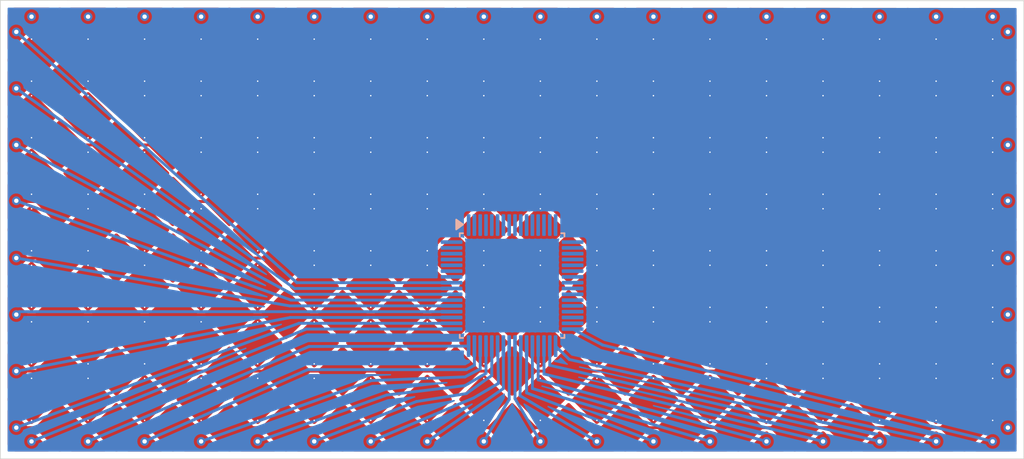
<source format=kicad_pcb>
(kicad_pcb (version 20240108) (generator "pcbnew") (generator_version "8.0")
  (layers (0 "F.Cu" signal) (1 "In1.Cu" signal) (2 "In2.Cu" signal) (31 "B.Cu" signal) (34 "B.Paste" user) (35 "F.Paste" user) (36 "B.SilkS" user "B.Silkscreen") (37 "F.SilkS" user "F.Silkscreen") (38 "B.Mask" user) (39 "F.Mask" user) (44 "Edge.Cuts" user))
  (net 0 "")
  (net 1 "pad")
  (footprint "Package_QFP:LQFP-64_7x7mm_P0.4mm" (layer "B.Cu") (at 100.675 72.05 -90)
    (property "Reference" "REF**" (hide yes))
    (property "Value" "LQFP-64_7x7mm_P0.4mm")
  )
  (gr_line (start 65.375 84) (end 65.375 52.375) (stroke (width 0.05)) (layer "Edge.Cuts"))
  (gr_line (start 67.025 84) (end 135.975 84) (stroke (width 0.05)) (layer "Edge.Cuts"))
  (gr_line (start 135.9 52.4) (end 65.375 52.375) (stroke (width 0.05)) (layer "Edge.Cuts"))
  (gr_line (start 135.9 52.4) (end 135.975 52.4) (stroke (width 0.05)) (layer "Edge.Cuts"))
  (gr_line (start 135.975 84) (end 135.975 52.4) (stroke (width 0.05)) (layer "Edge.Cuts"))
  (gr_line (start 67.025 84) (end 65.375 84) (stroke (width 0.05)) (layer "Edge.Cuts"))
  (segment (start 67.125 70.15) (end 134.275 70.15) (width 0.2) (layer "F.Cu") (net 1))
  (segment (start 67.175 74.05) (end 134.325 74.05) (width 0.2) (layer "F.Cu") (net 1))
  (segment (start 67.025 58.45) (end 134.175 58.45) (width 0.2) (layer "F.Cu") (net 1))
  (segment (start 67.175 77.95) (end 134.325 77.95) (width 0.2) (layer "F.Cu") (net 1))
  (segment (start 67.175 54.55) (end 134.325 54.55) (width 0.2) (layer "F.Cu") (net 1))
  (segment (start 67.175 62.35) (end 134.325 62.35) (width 0.2) (layer "F.Cu") (net 1))
  (segment (start 67.175 66.25) (end 134.325 66.25) (width 0.2) (layer "F.Cu") (net 1))
  (segment (start 67.225 81.85) (end 134.375 81.85) (width 0.2) (layer "F.Cu") (net 1))
  (via micro (at 102.625 66.75) (size 0.3) (drill 0.1) (layers "F.Cu" "In1.Cu") (net 1))
  (via micro (at 90.925 66.75) (size 0.3) (drill 0.1) (layers "F.Cu" "In1.Cu") (net 1))
  (via micro (at 133.825 81.35) (size 0.3) (drill 0.1) (layers "F.Cu" "In1.Cu") (net 1))
  (via micro (at 79.225 65.75) (size 0.3) (drill 0.1) (layers "F.Cu" "In1.Cu") (net 1))
  (via micro (at 79.225 73.55) (size 0.3) (drill 0.1) (layers "F.Cu" "In1.Cu") (net 1))
  (via micro (at 75.325 74.55) (size 0.3) (drill 0.1) (layers "F.Cu" "In1.Cu") (net 1))
  (via micro (at 67.525 57.95) (size 0.3) (drill 0.1) (layers "F.Cu" "In1.Cu") (net 1))
  (via micro (at 71.425 65.75) (size 0.3) (drill 0.1) (layers "F.Cu" "In1.Cu") (net 1))
  (via micro (at 67.525 58.95) (size 0.3) (drill 0.1) (layers "F.Cu" "In1.Cu") (net 1))
  (via micro (at 83.125 66.75) (size 0.3) (drill 0.1) (layers "F.Cu" "In1.Cu") (net 1))
  (via micro (at 71.425 55.05) (size 0.3) (drill 0.1) (layers "F.Cu" "In1.Cu") (net 1))
  (via micro (at 98.725 81.35) (size 0.3) (drill 0.1) (layers "F.Cu" "In1.Cu") (net 1))
  (via micro (at 114.325 77.45) (size 0.3) (drill 0.1) (layers "F.Cu" "In1.Cu") (net 1))
  (via micro (at 106.525 73.55) (size 0.3) (drill 0.1) (layers "F.Cu" "In1.Cu") (net 1))
  (via micro (at 75.325 57.95) (size 0.3) (drill 0.1) (layers "F.Cu" "In1.Cu") (net 1))
  (via micro (at 106.525 77.45) (size 0.3) (drill 0.1) (layers "F.Cu" "In1.Cu") (net 1))
  (via micro (at 98.725 74.55) (size 0.3) (drill 0.1) (layers "F.Cu" "In1.Cu") (net 1))
  (via micro (at 118.225 78.45) (size 0.3) (drill 0.1) (layers "F.Cu" "In1.Cu") (net 1))
  (via micro (at 133.825 55.05) (size 0.3) (drill 0.1) (layers "F.Cu" "In1.Cu") (net 1))
  (via micro (at 129.925 78.45) (size 0.3) (drill 0.1) (layers "F.Cu" "In1.Cu") (net 1))
  (via micro (at 83.125 73.55) (size 0.3) (drill 0.1) (layers "F.Cu" "In1.Cu") (net 1))
  (via micro (at 67.525 66.75) (size 0.3) (drill 0.1) (layers "F.Cu" "In1.Cu") (net 1))
  (via micro (at 83.125 62.85) (size 0.3) (drill 0.1) (layers "F.Cu" "In1.Cu") (net 1))
  (via (at 98.725 53.5) (size 0.6) (drill 0.3) (layers "F.Cu" "B.Cu") (net 1))
  (via micro (at 94.825 58.95) (size 0.3) (drill 0.1) (layers "F.Cu" "In1.Cu") (net 1))
  (via micro (at 122.125 61.85) (size 0.3) (drill 0.1) (layers "F.Cu" "In1.Cu") (net 1))
  (via micro (at 102.625 61.85) (size 0.3) (drill 0.1) (layers "F.Cu" "In1.Cu") (net 1))
  (via micro (at 110.425 69.65) (size 0.3) (drill 0.1) (layers "F.Cu" "In1.Cu") (net 1))
  (via micro (at 106.525 70.65) (size 0.3) (drill 0.1) (layers "F.Cu" "In1.Cu") (net 1))
  (via micro (at 126.025 55.05) (size 0.3) (drill 0.1) (layers "F.Cu" "In1.Cu") (net 1))
  (via micro (at 87.025 65.75) (size 0.3) (drill 0.1) (layers "F.Cu" "In1.Cu") (net 1))
  (via micro (at 106.525 65.75) (size 0.3) (drill 0.1) (layers "F.Cu" "In1.Cu") (net 1))
  (via (at 66.475 81.85) (size 0.6) (drill 0.3) (layers "F.Cu" "B.Cu") (net 1))
  (via (at 133.825 82.8) (size 0.6) (drill 0.3) (layers "F.Cu" "B.Cu") (net 1))
  (via micro (at 126.025 57.95) (size 0.3) (drill 0.1) (layers "F.Cu" "In1.Cu") (net 1))
  (via micro (at 67.525 61.85) (size 0.3) (drill 0.1) (layers "F.Cu" "In1.Cu") (net 1))
  (via micro (at 110.425 55.05) (size 0.3) (drill 0.1) (layers "F.Cu" "In1.Cu") (net 1))
  (via micro (at 98.725 70.65) (size 0.3) (drill 0.1) (layers "F.Cu" "In1.Cu") (net 1))
  (via micro (at 67.525 69.65) (size 0.3) (drill 0.1) (layers "F.Cu" "In1.Cu") (net 1))
  (via micro (at 71.425 70.65) (size 0.3) (drill 0.1) (layers "F.Cu" "In1.Cu") (net 1))
  (via micro (at 102.625 70.65) (size 0.3) (drill 0.1) (layers "F.Cu" "In1.Cu") (net 1))
  (via micro (at 83.125 70.65) (size 0.3) (drill 0.1) (layers "F.Cu" "In1.Cu") (net 1))
  (via micro (at 90.925 69.65) (size 0.3) (drill 0.1) (layers "F.Cu" "In1.Cu") (net 1))
  (via (at 66.475 58.45) (size 0.6) (drill 0.3) (layers "F.Cu" "B.Cu") (net 1))
  (via micro (at 118.225 55.05) (size 0.3) (drill 0.1) (layers "F.Cu" "In1.Cu") (net 1))
  (via micro (at 94.825 74.55) (size 0.3) (drill 0.1) (layers "F.Cu" "In1.Cu") (net 1))
  (via micro (at 71.425 66.75) (size 0.3) (drill 0.1) (layers "F.Cu" "In1.Cu") (net 1))
  (via (at 122.125 82.8) (size 0.6) (drill 0.3) (layers "F.Cu" "B.Cu") (net 1))
  (via micro (at 87.025 74.55) (size 0.3) (drill 0.1) (layers "F.Cu" "In1.Cu") (net 1))
  (via micro (at 90.925 65.75) (size 0.3) (drill 0.1) (layers "F.Cu" "In1.Cu") (net 1))
  (via (at 87.025 82.8) (size 0.6) (drill 0.3) (layers "F.Cu" "B.Cu") (net 1))
  (via (at 71.425 53.5) (size 0.6) (drill 0.3) (layers "F.Cu" "B.Cu") (net 1))
  (via micro (at 83.125 61.85) (size 0.3) (drill 0.1) (layers "F.Cu" "In1.Cu") (net 1))
  (via micro (at 114.325 78.45) (size 0.3) (drill 0.1) (layers "F.Cu" "In1.Cu") (net 1))
  (via micro (at 106.525 66.75) (size 0.3) (drill 0.1) (layers "F.Cu" "In1.Cu") (net 1))
  (via micro (at 94.825 55.05) (size 0.3) (drill 0.1) (layers "F.Cu" "In1.Cu") (net 1))
  (via micro (at 90.925 61.85) (size 0.3) (drill 0.1) (layers "F.Cu" "In1.Cu") (net 1))
  (via micro (at 133.825 70.65) (size 0.3) (drill 0.1) (layers "F.Cu" "In1.Cu") (net 1))
  (via (at 102.625 82.8) (size 0.6) (drill 0.3) (layers "F.Cu" "B.Cu") (net 1))
  (via micro (at 90.925 73.55) (size 0.3) (drill 0.1) (layers "F.Cu" "In1.Cu") (net 1))
  (via (at 114.325 82.8) (size 0.6) (drill 0.3) (layers "F.Cu" "B.Cu") (net 1))
  (via micro (at 114.325 62.85) (size 0.3) (drill 0.1) (layers "F.Cu" "In1.Cu") (net 1))
  (via micro (at 106.525 55.05) (size 0.3) (drill 0.1) (layers "F.Cu" "In1.Cu") (net 1))
  (via micro (at 87.025 55.05) (size 0.3) (drill 0.1) (layers "F.Cu" "In1.Cu") (net 1))
  (via micro (at 110.425 70.65) (size 0.3) (drill 0.1) (layers "F.Cu" "In1.Cu") (net 1))
  (via micro (at 90.925 81.35) (size 0.3) (drill 0.1) (layers "F.Cu" "In1.Cu") (net 1))
  (via micro (at 133.825 78.45) (size 0.3) (drill 0.1) (layers "F.Cu" "In1.Cu") (net 1))
  (via (at 134.875 77.95) (size 0.6) (drill 0.3) (layers "F.Cu" "B.Cu") (net 1))
  (via (at 134.875 74.05) (size 0.6) (drill 0.3) (layers "F.Cu" "B.Cu") (net 1))
  (via (at 118.225 53.5) (size 0.6) (drill 0.3) (layers "F.Cu" "B.Cu") (net 1))
  (via micro (at 133.825 57.95) (size 0.3) (drill 0.1) (layers "F.Cu" "In1.Cu") (net 1))
  (via micro (at 94.825 70.65) (size 0.3) (drill 0.1) (layers "F.Cu" "In1.Cu") (net 1))
  (via micro (at 83.125 77.45) (size 0.3) (drill 0.1) (layers "F.Cu" "In1.Cu") (net 1))
  (via (at 90.925 82.8) (size 0.6) (drill 0.3) (layers "F.Cu" "B.Cu") (net 1))
  (via micro (at 67.525 78.45) (size 0.3) (drill 0.1) (layers "F.Cu" "In1.Cu") (net 1))
  (via micro (at 90.925 77.45) (size 0.3) (drill 0.1) (layers "F.Cu" "In1.Cu") (net 1))
  (via micro (at 118.225 58.95) (size 0.3) (drill 0.1) (layers "F.Cu" "In1.Cu") (net 1))
  (via micro (at 106.525 69.65) (size 0.3) (drill 0.1) (layers "F.Cu" "In1.Cu") (net 1))
  (via micro (at 83.125 58.95) (size 0.3) (drill 0.1) (layers "F.Cu" "In1.Cu") (net 1))
  (via micro (at 102.625 81.35) (size 0.3) (drill 0.1) (layers "F.Cu" "In1.Cu") (net 1))
  (via micro (at 102.625 73.55) (size 0.3) (drill 0.1) (layers "F.Cu" "In1.Cu") (net 1))
  (via micro (at 75.325 55.05) (size 0.3) (drill 0.1) (layers "F.Cu" "In1.Cu") (net 1))
  (via micro (at 126.025 66.75) (size 0.3) (drill 0.1) (layers "F.Cu" "In1.Cu") (net 1))
  (via (at 134.875 54.55) (size 0.6) (drill 0.3) (layers "F.Cu" "B.Cu") (net 1))
  (via micro (at 90.925 62.85) (size 0.3) (drill 0.1) (layers "F.Cu" "In1.Cu") (net 1))
  (via (at 129.925 53.5) (size 0.6) (drill 0.3) (layers "F.Cu" "B.Cu") (net 1))
  (via micro (at 126.025 70.65) (size 0.3) (drill 0.1) (layers "F.Cu" "In1.Cu") (net 1))
  (via (at 66.475 70.15) (size 0.6) (drill 0.3) (layers "F.Cu" "B.Cu") (net 1))
  (via micro (at 79.225 61.85) (size 0.3) (drill 0.1) (layers "F.Cu" "In1.Cu") (net 1))
  (via (at 94.825 53.5) (size 0.6) (drill 0.3) (layers "F.Cu" "B.Cu") (net 1))
  (via micro (at 110.425 73.55) (size 0.3) (drill 0.1) (layers "F.Cu" "In1.Cu") (net 1))
  (via (at 114.325 53.5) (size 0.6) (drill 0.3) (layers "F.Cu" "B.Cu") (net 1))
  (via micro (at 87.025 62.85) (size 0.3) (drill 0.1) (layers "F.Cu" "In1.Cu") (net 1))
  (via micro (at 94.825 78.45) (size 0.3) (drill 0.1) (layers "F.Cu" "In1.Cu") (net 1))
  (via micro (at 126.025 78.45) (size 0.3) (drill 0.1) (layers "F.Cu" "In1.Cu") (net 1))
  (via micro (at 87.025 73.55) (size 0.3) (drill 0.1) (layers "F.Cu" "In1.Cu") (net 1))
  (via micro (at 133.825 69.65) (size 0.3) (drill 0.1) (layers "F.Cu" "In1.Cu") (net 1))
  (via micro (at 122.125 62.85) (size 0.3) (drill 0.1) (layers "F.Cu" "In1.Cu") (net 1))
  (via micro (at 118.225 65.75) (size 0.3) (drill 0.1) (layers "F.Cu" "In1.Cu") (net 1))
  (via micro (at 87.025 57.95) (size 0.3) (drill 0.1) (layers "F.Cu" "In1.Cu") (net 1))
  (via (at 83.125 53.5) (size 0.6) (drill 0.3) (layers "F.Cu" "B.Cu") (net 1))
  (via (at 110.425 53.5) (size 0.6) (drill 0.3) (layers "F.Cu" "B.Cu") (net 1))
  (via micro (at 83.125 69.65) (size 0.3) (drill 0.1) (layers "F.Cu" "In1.Cu") (net 1))
  (via micro (at 110.425 78.45) (size 0.3) (drill 0.1) (layers "F.Cu" "In1.Cu") (net 1))
  (via micro (at 102.625 65.75) (size 0.3) (drill 0.1) (layers "F.Cu" "In1.Cu") (net 1))
  (via micro (at 133.825 61.85) (size 0.3) (drill 0.1) (layers "F.Cu" "In1.Cu") (net 1))
  (via micro (at 71.425 57.95) (size 0.3) (drill 0.1) (layers "F.Cu" "In1.Cu") (net 1))
  (via micro (at 114.325 65.75) (size 0.3) (drill 0.1) (layers "F.Cu" "In1.Cu") (net 1))
  (via micro (at 98.725 77.45) (size 0.3) (drill 0.1) (layers "F.Cu" "In1.Cu") (net 1))
  (via micro (at 118.225 62.85) (size 0.3) (drill 0.1) (layers "F.Cu" "In1.Cu") (net 1))
  (via micro (at 126.025 74.55) (size 0.3) (drill 0.1) (layers "F.Cu" "In1.Cu") (net 1))
  (via micro (at 87.025 78.45) (size 0.3) (drill 0.1) (layers "F.Cu" "In1.Cu") (net 1))
  (via micro (at 67.525 81.35) (size 0.3) (drill 0.1) (layers "F.Cu" "In1.Cu") (net 1))
  (via (at 126.025 53.5) (size 0.6) (drill 0.3) (layers "F.Cu" "B.Cu") (net 1))
  (via micro (at 79.225 58.95) (size 0.3) (drill 0.1) (layers "F.Cu" "In1.Cu") (net 1))
  (via micro (at 98.725 78.45) (size 0.3) (drill 0.1) (layers "F.Cu" "In1.Cu") (net 1))
  (via micro (at 133.825 77.45) (size 0.3) (drill 0.1) (layers "F.Cu" "In1.Cu") (net 1))
  (via (at 66.475 74.05) (size 0.6) (drill 0.3) (layers "F.Cu" "B.Cu") (net 1))
  (via micro (at 75.325 70.65) (size 0.3) (drill 0.1) (layers "F.Cu" "In1.Cu") (net 1))
  (via micro (at 75.325 77.45) (size 0.3) (drill 0.1) (layers "F.Cu" "In1.Cu") (net 1))
  (via (at 134.875 81.85) (size 0.6) (drill 0.3) (layers "F.Cu" "B.Cu") (net 1))
  (via micro (at 87.025 58.95) (size 0.3) (drill 0.1) (layers "F.Cu" "In1.Cu") (net 1))
  (via micro (at 90.925 58.95) (size 0.3) (drill 0.1) (layers "F.Cu" "In1.Cu") (net 1))
  (via micro (at 122.125 70.65) (size 0.3) (drill 0.1) (layers "F.Cu" "In1.Cu") (net 1))
  (via (at 134.875 66.2) (size 0.6) (drill 0.3) (layers "F.Cu" "B.Cu") (net 1))
  (via (at 118.225 82.8) (size 0.6) (drill 0.3) (layers "F.Cu" "B.Cu") (net 1))
  (via micro (at 114.325 57.95) (size 0.3) (drill 0.1) (layers "F.Cu" "In1.Cu") (net 1))
  (via micro (at 126.025 77.45) (size 0.3) (drill 0.1) (layers "F.Cu" "In1.Cu") (net 1))
  (via micro (at 75.325 62.85) (size 0.3) (drill 0.1) (layers "F.Cu" "In1.Cu") (net 1))
  (via micro (at 114.325 74.55) (size 0.3) (drill 0.1) (layers "F.Cu" "In1.Cu") (net 1))
  (via micro (at 110.425 58.95) (size 0.3) (drill 0.1) (layers "F.Cu" "In1.Cu") (net 1))
  (via micro (at 67.525 65.75) (size 0.3) (drill 0.1) (layers "F.Cu" "In1.Cu") (net 1))
  (via micro (at 79.225 66.75) (size 0.3) (drill 0.1) (layers "F.Cu" "In1.Cu") (net 1))
  (via micro (at 133.825 66.75) (size 0.3) (drill 0.1) (layers "F.Cu" "In1.Cu") (net 1))
  (via micro (at 90.925 78.45) (size 0.3) (drill 0.1) (layers "F.Cu" "In1.Cu") (net 1))
  (via micro (at 67.525 77.45) (size 0.3) (drill 0.1) (layers "F.Cu" "In1.Cu") (net 1))
  (via (at 87.025 53.5) (size 0.6) (drill 0.3) (layers "F.Cu" "B.Cu") (net 1))
  (via micro (at 87.025 81.35) (size 0.3) (drill 0.1) (layers "F.Cu" "In1.Cu") (net 1))
  (via micro (at 129.925 58.95) (size 0.3) (drill 0.1) (layers "F.Cu" "In1.Cu") (net 1))
  (via micro (at 71.425 77.45) (size 0.3) (drill 0.1) (layers "F.Cu" "In1.Cu") (net 1))
  (via micro (at 98.725 58.95) (size 0.3) (drill 0.1) (layers "F.Cu" "In1.Cu") (net 1))
  (via micro (at 102.625 62.85) (size 0.3) (drill 0.1) (layers "F.Cu" "In1.Cu") (net 1))
  (via micro (at 126.025 69.65) (size 0.3) (drill 0.1) (layers "F.Cu" "In1.Cu") (net 1))
  (via micro (at 106.525 78.45) (size 0.3) (drill 0.1) (layers "F.Cu" "In1.Cu") (net 1))
  (via micro (at 129.925 65.75) (size 0.3) (drill 0.1) (layers "F.Cu" "In1.Cu") (net 1))
  (via micro (at 79.225 55.05) (size 0.3) (drill 0.1) (layers "F.Cu" "In1.Cu") (net 1))
  (via micro (at 79.225 62.85) (size 0.3) (drill 0.1) (layers "F.Cu" "In1.Cu") (net 1))
  (via micro (at 90.925 55.05) (size 0.3) (drill 0.1) (layers "F.Cu" "In1.Cu") (net 1))
  (via micro (at 83.125 55.05) (size 0.3) (drill 0.1) (layers "F.Cu" "In1.Cu") (net 1))
  (via micro (at 122.125 58.95) (size 0.3) (drill 0.1) (layers "F.Cu" "In1.Cu") (net 1))
  (via micro (at 133.825 62.85) (size 0.3) (drill 0.1) (layers "F.Cu" "In1.Cu") (net 1))
  (via (at 134.875 70.15) (size 0.6) (drill 0.3) (layers "F.Cu" "B.Cu") (net 1))
  (via micro (at 129.925 81.35) (size 0.3) (drill 0.1) (layers "F.Cu" "In1.Cu") (net 1))
  (via (at 79.225 53.5) (size 0.6) (drill 0.3) (layers "F.Cu" "B.Cu") (net 1))
  (via micro (at 106.525 58.95) (size 0.3) (drill 0.1) (layers "F.Cu" "In1.Cu") (net 1))
  (via micro (at 133.825 73.55) (size 0.3) (drill 0.1) (layers "F.Cu" "In1.Cu") (net 1))
  (via micro (at 71.425 74.55) (size 0.3) (drill 0.1) (layers "F.Cu" "In1.Cu") (net 1))
  (via micro (at 118.225 77.45) (size 0.3) (drill 0.1) (layers "F.Cu" "In1.Cu") (net 1))
  (via micro (at 79.225 70.65) (size 0.3) (drill 0.1) (layers "F.Cu" "In1.Cu") (net 1))
  (via (at 71.425 82.8) (size 0.6) (drill 0.3) (layers "F.Cu" "B.Cu") (net 1))
  (via (at 75.325 53.5) (size 0.6) (drill 0.3) (layers "F.Cu" "B.Cu") (net 1))
  (via micro (at 114.325 73.55) (size 0.3) (drill 0.1) (layers "F.Cu" "In1.Cu") (net 1))
  (via micro (at 114.325 61.85) (size 0.3) (drill 0.1) (layers "F.Cu" "In1.Cu") (net 1))
  (via micro (at 106.525 57.95) (size 0.3) (drill 0.1) (layers "F.Cu" "In1.Cu") (net 1))
  (via micro (at 118.225 61.85) (size 0.3) (drill 0.1) (layers "F.Cu" "In1.Cu") (net 1))
  (via micro (at 75.325 81.35) (size 0.3) (drill 0.1) (layers "F.Cu" "In1.Cu") (net 1))
  (via micro (at 98.725 65.75) (size 0.3) (drill 0.1) (layers "F.Cu" "In1.Cu") (net 1))
  (via micro (at 79.225 81.35) (size 0.3) (drill 0.1) (layers "F.Cu" "In1.Cu") (net 1))
  (via micro (at 98.725 66.75) (size 0.3) (drill 0.1) (layers "F.Cu" "In1.Cu") (net 1))
  (via micro (at 122.125 81.35) (size 0.3) (drill 0.1) (layers "F.Cu" "In1.Cu") (net 1))
  (via micro (at 102.625 78.45) (size 0.3) (drill 0.1) (layers "F.Cu" "In1.Cu") (net 1))
  (via (at 129.925 82.8) (size 0.6) (drill 0.3) (layers "F.Cu" "B.Cu") (net 1))
  (via micro (at 129.925 74.55) (size 0.3) (drill 0.1) (layers "F.Cu" "In1.Cu") (net 1))
  (via micro (at 94.825 69.65) (size 0.3) (drill 0.1) (layers "F.Cu" "In1.Cu") (net 1))
  (via micro (at 114.325 69.65) (size 0.3) (drill 0.1) (layers "F.Cu" "In1.Cu") (net 1))
  (via micro (at 75.325 65.75) (size 0.3) (drill 0.1) (layers "F.Cu" "In1.Cu") (net 1))
  (via micro (at 94.825 65.75) (size 0.3) (drill 0.1) (layers "F.Cu" "In1.Cu") (net 1))
  (via micro (at 94.825 77.45) (size 0.3) (drill 0.1) (layers "F.Cu" "In1.Cu") (net 1))
  (via micro (at 94.825 62.85) (size 0.3) (drill 0.1) (layers "F.Cu" "In1.Cu") (net 1))
  (via micro (at 118.225 81.35) (size 0.3) (drill 0.1) (layers "F.Cu" "In1.Cu") (net 1))
  (via (at 66.475 62.35) (size 0.6) (drill 0.3) (layers "F.Cu" "B.Cu") (net 1))
  (via micro (at 102.625 58.95) (size 0.3) (drill 0.1) (layers "F.Cu" "In1.Cu") (net 1))
  (via micro (at 98.725 69.65) (size 0.3) (drill 0.1) (layers "F.Cu" "In1.Cu") (net 1))
  (via micro (at 83.125 74.55) (size 0.3) (drill 0.1) (layers "F.Cu" "In1.Cu") (net 1))
  (via micro (at 71.425 69.65) (size 0.3) (drill 0.1) (layers "F.Cu" "In1.Cu") (net 1))
  (via (at 126.025 82.8) (size 0.6) (drill 0.3) (layers "F.Cu" "B.Cu") (net 1))
  (via micro (at 71.425 61.85) (size 0.3) (drill 0.1) (layers "F.Cu" "In1.Cu") (net 1))
  (via micro (at 122.125 77.45) (size 0.3) (drill 0.1) (layers "F.Cu" "In1.Cu") (net 1))
  (via micro (at 122.125 69.65) (size 0.3) (drill 0.1) (layers "F.Cu" "In1.Cu") (net 1))
  (via micro (at 87.025 77.45) (size 0.3) (drill 0.1) (layers "F.Cu" "In1.Cu") (net 1))
  (via micro (at 83.125 65.75) (size 0.3) (drill 0.1) (layers "F.Cu" "In1.Cu") (net 1))
  (via micro (at 90.925 57.95) (size 0.3) (drill 0.1) (layers "F.Cu" "In1.Cu") (net 1))
  (via micro (at 129.925 55.05) (size 0.3) (drill 0.1) (layers "F.Cu" "In1.Cu") (net 1))
  (via micro (at 133.825 65.75) (size 0.3) (drill 0.1) (layers "F.Cu" "In1.Cu") (net 1))
  (via micro (at 98.725 62.85) (size 0.3) (drill 0.1) (layers "F.Cu" "In1.Cu") (net 1))
  (via micro (at 122.125 66.75) (size 0.3) (drill 0.1) (layers "F.Cu" "In1.Cu") (net 1))
  (via micro (at 75.325 78.45) (size 0.3) (drill 0.1) (layers "F.Cu" "In1.Cu") (net 1))
  (via micro (at 106.525 81.35) (size 0.3) (drill 0.1) (layers "F.Cu" "In1.Cu") (net 1))
  (via (at 110.425 82.8) (size 0.6) (drill 0.3) (layers "F.Cu" "B.Cu") (net 1))
  (via micro (at 114.325 66.75) (size 0.3) (drill 0.1) (layers "F.Cu" "In1.Cu") (net 1))
  (via micro (at 122.125 78.45) (size 0.3) (drill 0.1) (layers "F.Cu" "In1.Cu") (net 1))
  (via micro (at 75.325 69.65) (size 0.3) (drill 0.1) (layers "F.Cu" "In1.Cu") (net 1))
  (via micro (at 71.425 58.95) (size 0.3) (drill 0.1) (layers "F.Cu" "In1.Cu") (net 1))
  (via micro (at 102.625 57.95) (size 0.3) (drill 0.1) (layers "F.Cu" "In1.Cu") (net 1))
  (via micro (at 71.425 73.55) (size 0.3) (drill 0.1) (layers "F.Cu" "In1.Cu") (net 1))
  (via micro (at 98.725 73.55) (size 0.3) (drill 0.1) (layers "F.Cu" "In1.Cu") (net 1))
  (via micro (at 87.025 69.65) (size 0.3) (drill 0.1) (layers "F.Cu" "In1.Cu") (net 1))
  (via micro (at 126.025 73.55) (size 0.3) (drill 0.1) (layers "F.Cu" "In1.Cu") (net 1))
  (via micro (at 71.425 78.45) (size 0.3) (drill 0.1) (layers "F.Cu" "In1.Cu") (net 1))
  (via micro (at 114.325 70.65) (size 0.3) (drill 0.1) (layers "F.Cu" "In1.Cu") (net 1))
  (via micro (at 94.825 81.35) (size 0.3) (drill 0.1) (layers "F.Cu" "In1.Cu") (net 1))
  (via micro (at 118.225 74.55) (size 0.3) (drill 0.1) (layers "F.Cu" "In1.Cu") (net 1))
  (via micro (at 102.625 74.55) (size 0.3) (drill 0.1) (layers "F.Cu" "In1.Cu") (net 1))
  (via micro (at 118.225 57.95) (size 0.3) (drill 0.1) (layers "F.Cu" "In1.Cu") (net 1))
  (via micro (at 106.525 62.85) (size 0.3) (drill 0.1) (layers "F.Cu" "In1.Cu") (net 1))
  (via (at 134.875 62.35) (size 0.6) (drill 0.3) (layers "F.Cu" "B.Cu") (net 1))
  (via micro (at 110.425 66.75) (size 0.3) (drill 0.1) (layers "F.Cu" "In1.Cu") (net 1))
  (via micro (at 87.025 70.65) (size 0.3) (drill 0.1) (layers "F.Cu" "In1.Cu") (net 1))
  (via micro (at 94.825 57.95) (size 0.3) (drill 0.1) (layers "F.Cu" "In1.Cu") (net 1))
  (via micro (at 129.925 77.45) (size 0.3) (drill 0.1) (layers "F.Cu" "In1.Cu") (net 1))
  (via micro (at 114.325 58.95) (size 0.3) (drill 0.1) (layers "F.Cu" "In1.Cu") (net 1))
  (via micro (at 79.225 57.95) (size 0.3) (drill 0.1) (layers "F.Cu" "In1.Cu") (net 1))
  (via micro (at 90.925 70.65) (size 0.3) (drill 0.1) (layers "F.Cu" "In1.Cu") (net 1))
  (via micro (at 98.725 55.05) (size 0.3) (drill 0.1) (layers "F.Cu" "In1.Cu") (net 1))
  (via micro (at 129.925 70.65) (size 0.3) (drill 0.1) (layers "F.Cu" "In1.Cu") (net 1))
  (via micro (at 79.225 77.45) (size 0.3) (drill 0.1) (layers "F.Cu" "In1.Cu") (net 1))
  (via micro (at 71.425 81.35) (size 0.3) (drill 0.1) (layers "F.Cu" "In1.Cu") (net 1))
  (via micro (at 67.525 55.05) (size 0.3) (drill 0.1) (layers "F.Cu" "In1.Cu") (net 1))
  (via micro (at 67.525 74.55) (size 0.3) (drill 0.1) (layers "F.Cu" "In1.Cu") (net 1))
  (via (at 79.225 82.8) (size 0.6) (drill 0.3) (layers "F.Cu" "B.Cu") (net 1))
  (via micro (at 90.925 74.55) (size 0.3) (drill 0.1) (layers "F.Cu" "In1.Cu") (net 1))
  (via (at 67.525 53.5) (size 0.6) (drill 0.3) (layers "F.Cu" "B.Cu") (net 1))
  (via micro (at 67.525 73.55) (size 0.3) (drill 0.1) (layers "F.Cu" "In1.Cu") (net 1))
  (via micro (at 126.025 81.35) (size 0.3) (drill 0.1) (layers "F.Cu" "In1.Cu") (net 1))
  (via micro (at 94.825 61.85) (size 0.3) (drill 0.1) (layers "F.Cu" "In1.Cu") (net 1))
  (via (at 66.475 54.55) (size 0.6) (drill 0.3) (layers "F.Cu" "B.Cu") (net 1))
  (via micro (at 118.225 70.65) (size 0.3) (drill 0.1) (layers "F.Cu" "In1.Cu") (net 1))
  (via (at 133.825 53.5) (size 0.6) (drill 0.3) (layers "F.Cu" "B.Cu") (net 1))
  (via micro (at 75.325 66.75) (size 0.3) (drill 0.1) (layers "F.Cu" "In1.Cu") (net 1))
  (via micro (at 83.125 81.35) (size 0.3) (drill 0.1) (layers "F.Cu" "In1.Cu") (net 1))
  (via micro (at 83.125 57.95) (size 0.3) (drill 0.1) (layers "F.Cu" "In1.Cu") (net 1))
  (via (at 102.625 53.5) (size 0.6) (drill 0.3) (layers "F.Cu" "B.Cu") (net 1))
  (via micro (at 102.625 55.05) (size 0.3) (drill 0.1) (layers "F.Cu" "In1.Cu") (net 1))
  (via (at 106.525 53.5) (size 0.6) (drill 0.3) (layers "F.Cu" "B.Cu") (net 1))
  (via micro (at 79.225 78.45) (size 0.3) (drill 0.1) (layers "F.Cu" "In1.Cu") (net 1))
  (via micro (at 129.925 57.95) (size 0.3) (drill 0.1) (layers "F.Cu" "In1.Cu") (net 1))
  (via micro (at 122.125 74.55) (size 0.3) (drill 0.1) (layers "F.Cu" "In1.Cu") (net 1))
  (via micro (at 118.225 66.75) (size 0.3) (drill 0.1) (layers "F.Cu" "In1.Cu") (net 1))
  (via micro (at 79.225 69.65) (size 0.3) (drill 0.1) (layers "F.Cu" "In1.Cu") (net 1))
  (via micro (at 83.125 78.45) (size 0.3) (drill 0.1) (layers "F.Cu" "In1.Cu") (net 1))
  (via micro (at 110.425 65.75) (size 0.3) (drill 0.1) (layers "F.Cu" "In1.Cu") (net 1))
  (via micro (at 118.225 69.65) (size 0.3) (drill 0.1) (layers "F.Cu" "In1.Cu") (net 1))
  (via micro (at 110.425 62.85) (size 0.3) (drill 0.1) (layers "F.Cu" "In1.Cu") (net 1))
  (via micro (at 114.325 81.35) (size 0.3) (drill 0.1) (layers "F.Cu" "In1.Cu") (net 1))
  (via (at 98.725 82.8) (size 0.6) (drill 0.3) (layers "F.Cu" "B.Cu") (net 1))
  (via micro (at 126.025 58.95) (size 0.3) (drill 0.1) (layers "F.Cu" "In1.Cu") (net 1))
  (via micro (at 75.325 73.55) (size 0.3) (drill 0.1) (layers "F.Cu" "In1.Cu") (net 1))
  (via micro (at 79.225 74.55) (size 0.3) (drill 0.1) (layers "F.Cu" "In1.Cu") (net 1))
  (via micro (at 122.125 57.95) (size 0.3) (drill 0.1) (layers "F.Cu" "In1.Cu") (net 1))
  (via micro (at 75.325 58.95) (size 0.3) (drill 0.1) (layers "F.Cu" "In1.Cu") (net 1))
  (via micro (at 71.425 62.85) (size 0.3) (drill 0.1) (layers "F.Cu" "In1.Cu") (net 1))
  (via micro (at 110.425 81.35) (size 0.3) (drill 0.1) (layers "F.Cu" "In1.Cu") (net 1))
  (via (at 90.925 53.5) (size 0.6) (drill 0.3) (layers "F.Cu" "B.Cu") (net 1))
  (via micro (at 118.225 73.55) (size 0.3) (drill 0.1) (layers "F.Cu" "In1.Cu") (net 1))
  (via micro (at 67.525 70.65) (size 0.3) (drill 0.1) (layers "F.Cu" "In1.Cu") (net 1))
  (via micro (at 129.925 66.75) (size 0.3) (drill 0.1) (layers "F.Cu" "In1.Cu") (net 1))
  (via micro (at 110.425 61.85) (size 0.3) (drill 0.1) (layers "F.Cu" "In1.Cu") (net 1))
  (via (at 94.825 82.8) (size 0.6) (drill 0.3) (layers "F.Cu" "B.Cu") (net 1))
  (via micro (at 129.925 61.85) (size 0.3) (drill 0.1) (layers "F.Cu" "In1.Cu") (net 1))
  (via micro (at 126.025 65.75) (size 0.3) (drill 0.1) (layers "F.Cu" "In1.Cu") (net 1))
  (via (at 67.525 82.8) (size 0.6) (drill 0.3) (layers "F.Cu" "B.Cu") (net 1))
  (via micro (at 87.025 61.85) (size 0.3) (drill 0.1) (layers "F.Cu" "In1.Cu") (net 1))
  (via micro (at 110.425 57.95) (size 0.3) (drill 0.1) (layers "F.Cu" "In1.Cu") (net 1))
  (via micro (at 110.425 77.45) (size 0.3) (drill 0.1) (layers "F.Cu" "In1.Cu") (net 1))
  (via (at 106.525 82.8) (size 0.6) (drill 0.3) (layers "F.Cu" "B.Cu") (net 1))
  (via micro (at 87.025 66.75) (size 0.3) (drill 0.1) (layers "F.Cu" "In1.Cu") (net 1))
  (via micro (at 106.525 61.85) (size 0.3) (drill 0.1) (layers "F.Cu" "In1.Cu") (net 1))
  (via micro (at 94.825 66.75) (size 0.3) (drill 0.1) (layers "F.Cu" "In1.Cu") (net 1))
  (via micro (at 94.825 73.55) (size 0.3) (drill 0.1) (layers "F.Cu" "In1.Cu") (net 1))
  (via micro (at 114.325 55.05) (size 0.3) (drill 0.1) (layers "F.Cu" "In1.Cu") (net 1))
  (via micro (at 102.625 77.45) (size 0.3) (drill 0.1) (layers "F.Cu" "In1.Cu") (net 1))
  (via micro (at 102.625 69.65) (size 0.3) (drill 0.1) (layers "F.Cu" "In1.Cu") (net 1))
  (via micro (at 75.325 61.85) (size 0.3) (drill 0.1) (layers "F.Cu" "In1.Cu") (net 1))
  (via micro (at 133.825 58.95) (size 0.3) (drill 0.1) (layers "F.Cu" "In1.Cu") (net 1))
  (via micro (at 129.925 69.65) (size 0.3) (drill 0.1) (layers "F.Cu" "In1.Cu") (net 1))
  (via (at 66.475 66.2) (size 0.6) (drill 0.3) (layers "F.Cu" "B.Cu") (net 1))
  (via micro (at 106.525 74.55) (size 0.3) (drill 0.1) (layers "F.Cu" "In1.Cu") (net 1))
  (via micro (at 98.725 57.95) (size 0.3) (drill 0.1) (layers "F.Cu" "In1.Cu") (net 1))
  (via micro (at 110.425 74.55) (size 0.3) (drill 0.1) (layers "F.Cu" "In1.Cu") (net 1))
  (via micro (at 122.125 65.75) (size 0.3) (drill 0.1) (layers "F.Cu" "In1.Cu") (net 1))
  (via micro (at 129.925 62.85) (size 0.3) (drill 0.1) (layers "F.Cu" "In1.Cu") (net 1))
  (via (at 122.125 53.5) (size 0.6) (drill 0.3) (layers "F.Cu" "B.Cu") (net 1))
  (via (at 83.125 82.8) (size 0.6) (drill 0.3) (layers "F.Cu" "B.Cu") (net 1))
  (via micro (at 133.825 74.55) (size 0.3) (drill 0.1) (layers "F.Cu" "In1.Cu") (net 1))
  (via (at 66.475 77.95) (size 0.6) (drill 0.3) (layers "F.Cu" "B.Cu") (net 1))
  (via micro (at 122.125 55.05) (size 0.3) (drill 0.1) (layers "F.Cu" "In1.Cu") (net 1))
  (via micro (at 126.025 61.85) (size 0.3) (drill 0.1) (layers "F.Cu" "In1.Cu") (net 1))
  (via micro (at 122.125 73.55) (size 0.3) (drill 0.1) (layers "F.Cu" "In1.Cu") (net 1))
  (via micro (at 98.725 61.85) (size 0.3) (drill 0.1) (layers "F.Cu" "In1.Cu") (net 1))
  (via micro (at 67.525 62.85) (size 0.3) (drill 0.1) (layers "F.Cu" "In1.Cu") (net 1))
  (via micro (at 129.925 73.55) (size 0.3) (drill 0.1) (layers "F.Cu" "In1.Cu") (net 1))
  (via (at 75.325 82.8) (size 0.6) (drill 0.3) (layers "F.Cu" "B.Cu") (net 1))
  (via micro (at 126.025 62.85) (size 0.3) (drill 0.1) (layers "F.Cu" "In1.Cu") (net 1))
  (via (at 134.875 58.45) (size 0.6) (drill 0.3) (layers "F.Cu" "B.Cu") (net 1))
  (segment (start 106.925 76.15) (end 133.825 82.8) (width 0.2) (layer "B.Cu") (net 1))
  (segment (start 66.675 73.85) (end 96.5 73.85) (width 0.2) (layer "B.Cu") (net 1))
  (segment (start 97.425 78.35) (end 90.975 78.6) (width 0.2) (layer "B.Cu") (net 1))
  (segment (start 101.225 79.65) (end 106.525 82.8) (width 0.2) (layer "B.Cu") (net 1))
  (segment (start 103.275 77.55) (end 126.025 82.8) (width 0.2) (layer "B.Cu") (net 1))
  (segment (start 97.525 79.5) (end 99.275 78.25) (width 0.2) (layer "B.Cu") (net 1))
  (segment (start 86.675 76.25) (end 97.675 76.225) (width 0.2) (layer "B.Cu") (net 1))
  (segment (start 98.025 79.8) (end 90.925 82.8) (width 0.2) (layer "B.Cu") (net 1))
  (segment (start 98.475 77.8) (end 97.425 78.35) (width 0.2) (layer "B.Cu") (net 1))
  (segment (start 66.475 66.2) (end 85.425 73.05) (width 0.2) (layer "B.Cu") (net 1))
  (segment (start 99.725 78.8) (end 98.025 79.8) (width 0.2) (layer "B.Cu") (net 1))
  (segment (start 98.075 76.225) (end 98.075 77.55) (width 0.2) (layer "B.Cu") (net 1))
  (segment (start 66.475 62.35) (end 85.525 72.65) (width 0.2) (layer "B.Cu") (net 1))
  (segment (start 66.475 74.05) (end 66.675 73.85) (width 0.2) (layer "B.Cu") (net 1))
  (segment (start 104.625 77.15) (end 103.675 76.225) (width 0.2) (layer "B.Cu") (net 1))
  (segment (start 85.375 74.25) (end 96.5 74.25) (width 0.2) (layer "B.Cu") (net 1))
  (segment (start 98.875 78.1) (end 98.875 76.225) (width 0.2) (layer "B.Cu") (net 1))
  (segment (start 102.475 76.225) (end 102.475 78.55) (width 0.2) (layer "B.Cu") (net 1))
  (segment (start 98.075 77.55) (end 97.525 77.85) (width 0.2) (layer "B.Cu") (net 1))
  (segment (start 102.475 78.55) (end 118.225 82.8) (width 0.2) (layer "B.Cu") (net 1))
  (segment (start 66.475 81.85) (end 85.975 74.65) (width 0.2) (layer "B.Cu") (net 1))
  (segment (start 66.475 77.95) (end 66.525 77.95) (width 0.2) (layer "B.Cu") (net 1))
  (segment (start 102.875 76.225) (end 102.875 78.15) (width 0.2) (layer "B.Cu") (net 1))
  (segment (start 96.5 75.05) (end 86.475 75.05) (width 0.2) (layer "B.Cu") (net 1))
  (segment (start 85.825 71.85) (end 96.5 71.85) (width 0.2) (layer "B.Cu") (net 1))
  (segment (start 90.975 78.6) (end 79.225 82.8) (width 0.2) (layer "B.Cu") (net 1))
  (segment (start 101.275 76.225) (end 101.225 79.65) (width 0.2) (layer "B.Cu") (net 1))
  (segment (start 97.425 78.95) (end 98.875 78.1) (width 0.2) (layer "B.Cu") (net 1))
  (segment (start 102.875 78.15) (end 122.125 82.8) (width 0.2) (layer "B.Cu") (net 1))
  (segment (start 71.425 82.8) (end 86.675 76.25) (width 0.2) (layer "B.Cu") (net 1))
  (segment (start 99.675 76.225) (end 99.725 78.35) (width 0.2) (layer "B.Cu") (net 1))
  (segment (start 99.275 78.25) (end 99.275 76.225) (width 0.2) (layer "B.Cu") (net 1))
  (segment (start 86.475 75.05) (end 67.525 82.8) (width 0.2) (layer "B.Cu") (net 1))
  (segment (start 102.075 79.15) (end 114.325 82.8) (width 0.2) (layer "B.Cu") (net 1))
  (segment (start 83.125 82.8) (end 92.025 79.6) (width 0.2) (layer "B.Cu") (net 1))
  (segment (start 86.575 77.85) (end 75.325 82.8) (width 0.2) (layer "B.Cu") (net 1))
  (segment (start 85.975 74.65) (end 96.5 74.65) (width 0.2) (layer "B.Cu") (net 1))
  (segment (start 66.475 54.55) (end 85.825 71.85) (width 0.2) (layer "B.Cu") (net 1))
  (segment (start 87.025 82.8) (end 94.075 80.05) (width 0.2) (layer "B.Cu") (net 1))
  (segment (start 102.075 76.225) (end 102.075 79.15) (width 0.2) (layer "B.Cu") (net 1))
  (segment (start 94.075 80.05) (end 97.525 79.5) (width 0.2) (layer "B.Cu") (net 1))
  (segment (start 92.025 79.6) (end 97.425 78.95) (width 0.2) (layer "B.Cu") (net 1))
  (segment (start 97.525 77.85) (end 86.575 77.85) (width 0.2) (layer "B.Cu") (net 1))
  (segment (start 99.725 78.35) (end 99.725 78.8) (width 0.2) (layer "B.Cu") (net 1))
  (segment (start 100.875 79.85) (end 102.625 82.8) (width 0.2) (layer "B.Cu") (net 1))
  (segment (start 85.525 72.65) (end 96.5 72.65) (width 0.2) (layer "B.Cu") (net 1))
  (segment (start 101.675 79.45) (end 110.425 82.8) (width 0.2) (layer "B.Cu") (net 1))
  (segment (start 85.325 73.45) (end 96.5 73.45) (width 0.2) (layer "B.Cu") (net 1))
  (segment (start 66.525 77.95) (end 85.375 74.25) (width 0.2) (layer "B.Cu") (net 1))
  (segment (start 100.475 76.225) (end 100.475 79.9) (width 0.2) (layer "B.Cu") (net 1))
  (segment (start 100.475 79.9) (end 98.725 82.8) (width 0.2) (layer "B.Cu") (net 1))
  (segment (start 129.925 82.8) (end 104.625 77.15) (width 0.2) (layer "B.Cu") (net 1))
  (segment (start 98.475 76.225) (end 98.475 77.8) (width 0.2) (layer "B.Cu") (net 1))
  (segment (start 100.875 76.225) (end 100.875 79.85) (width 0.2) (layer "B.Cu") (net 1))
  (segment (start 104.85 75.05) (end 106.925 76.15) (width 0.2) (layer "B.Cu") (net 1))
  (segment (start 100.075 79.15) (end 94.825 82.8) (width 0.2) (layer "B.Cu") (net 1))
  (segment (start 85.675 72.25) (end 96.5 72.25) (width 0.2) (layer "B.Cu") (net 1))
  (segment (start 103.275 76.225) (end 103.275 77.55) (width 0.2) (layer "B.Cu") (net 1))
  (segment (start 66.475 70.15) (end 85.325 73.45) (width 0.2) (layer "B.Cu") (net 1))
  (segment (start 101.675 76.225) (end 101.675 79.45) (width 0.2) (layer "B.Cu") (net 1))
  (segment (start 100.075 76.225) (end 100.075 79.15) (width 0.2) (layer "B.Cu") (net 1))
  (segment (start 85.425 73.05) (end 96.5 73.05) (width 0.2) (layer "B.Cu") (net 1))
  (segment (start 66.475 58.45) (end 85.675 72.25) (width 0.2) (layer "B.Cu") (net 1))
  (zone (net 1) (net_name "pad") (layer "F.Cu") (connect_pads (clearance 0.5)) (min_thickness 0.25) (fill yes (thermal_gap 0.5) (thermal_bridge_width 0.5) (island_removal_mode 1) (island_area_min 10))
    (polygon (pts (xy 67.525 77.75) (xy 65.775 76) (xy 67.525 74.25) (xy 69.275 76)))
  )
  (zone (net 1) (net_name "pad") (layer "F.Cu") (priority 2) (connect_pads (clearance 0.5)) (min_thickness 0.25) (fill yes (thermal_gap 0.5) (thermal_bridge_width 0.5) (island_removal_mode 1) (island_area_min 10))
    (polygon (pts (xy 120.375 52.6) (xy 122.125 54.35) (xy 123.875 52.6)))
  )
  (zone (net 1) (net_name "pad") (layer "F.Cu") (connect_pads (clearance 0.5)) (min_thickness 0.25) (fill yes (thermal_gap 0.5) (thermal_bridge_width 0.5) (island_removal_mode 1) (island_area_min 10))
    (polygon (pts (xy 120.175 75.8) (xy 118.425 74.05) (xy 120.175 72.3) (xy 121.925 74.05)))
  )
  (zone (net 1) (net_name "pad") (layer "F.Cu") (connect_pads (clearance 0.5)) (min_thickness 0.25) (fill yes (thermal_gap 0.5) (thermal_bridge_width 0.5) (island_removal_mode 1) (island_area_min 10))
    (polygon (pts (xy 102.625 77.75) (xy 100.875 76) (xy 102.625 74.25) (xy 104.375 76)))
  )
  (zone (net 1) (net_name "pad") (layer "F.Cu") (connect_pads (clearance 0.5)) (min_thickness 0.25) (fill yes (thermal_gap 0.5) (thermal_bridge_width 0.5) (island_removal_mode 1) (island_area_min 10))
    (polygon (pts (xy 133.825 62.15) (xy 132.075 60.4) (xy 133.825 58.65) (xy 135.575 60.4)))
  )
  (zone (net 1) (net_name "pad") (layer "F.Cu") (connect_pads (clearance 0.5)) (min_thickness 0.25) (fill yes (thermal_gap 0.5) (thermal_bridge_width 0.5) (island_removal_mode 1) (island_area_min 10))
    (polygon (pts (xy 124.075 71.9) (xy 122.325 70.15) (xy 124.075 68.4) (xy 125.825 70.15)))
  )
  (zone (net 1) (net_name "pad") (layer "F.Cu") (connect_pads (clearance 0.5)) (min_thickness 0.25) (fill yes (thermal_gap 0.5) (thermal_bridge_width 0.5) (island_removal_mode 1) (island_area_min 10))
    (polygon (pts (xy 90.925 81.65) (xy 89.175 79.9) (xy 90.925 78.15) (xy 92.675 79.9)))
  )
  (zone (net 1) (net_name "pad") (layer "F.Cu") (connect_pads (clearance 0.5)) (min_thickness 0.25) (fill yes (thermal_gap 0.5) (thermal_bridge_width 0.5) (island_removal_mode 1) (island_area_min 10))
    (polygon (pts (xy 92.875 56.3) (xy 91.125 54.55) (xy 92.875 52.8) (xy 94.625 54.55)))
  )
  (zone (net 1) (net_name "pad") (layer "F.Cu") (priority 2) (connect_pads (clearance 0.5)) (min_thickness 0.25) (fill yes (thermal_gap 0.5) (thermal_bridge_width 0.5) (island_removal_mode 1) (island_area_min 10))
    (polygon (pts (xy 93.075 52.6) (xy 94.825 54.35) (xy 96.575 52.6)))
  )
  (zone (net 1) (net_name "pad") (layer "F.Cu") (connect_pads (clearance 0.5)) (min_thickness 0.25) (fill yes (thermal_gap 0.5) (thermal_bridge_width 0.5) (island_removal_mode 1) (island_area_min 10))
    (polygon (pts (xy 127.975 64.1) (xy 126.225 62.35) (xy 127.975 60.6) (xy 129.725 62.35)))
  )
  (zone (net 1) (net_name "pad") (layer "F.Cu") (connect_pads (clearance 0.5)) (min_thickness 0.25) (fill yes (thermal_gap 0.5) (thermal_bridge_width 0.5) (island_removal_mode 1) (island_area_min 10))
    (polygon (pts (xy 85.075 60.2) (xy 83.325 58.45) (xy 85.075 56.7) (xy 86.825 58.45)))
  )
  (zone (net 1) (net_name "pad") (layer "F.Cu") (priority 3) (connect_pads (clearance 0.5)) (min_thickness 0.25) (fill yes (thermal_gap 0.5) (thermal_bridge_width 0.5) (island_removal_mode 1) (island_area_min 10))
    (polygon (pts (xy 135.775 80.1) (xy 135.775 83.6) (xy 134.025 81.85)))
  )
  (zone (net 1) (net_name "pad") (layer "F.Cu") (connect_pads (clearance 0.5)) (min_thickness 0.25) (fill yes (thermal_gap 0.5) (thermal_bridge_width 0.5) (island_removal_mode 1) (island_area_min 10))
    (polygon (pts (xy 79.225 73.85) (xy 77.475 72.1) (xy 79.225 70.35) (xy 80.975 72.1)))
  )
  (zone (net 1) (net_name "pad") (layer "F.Cu") (connect_pads (clearance 0.5)) (min_thickness 0.25) (fill yes (thermal_gap 0.5) (thermal_bridge_width 0.5) (island_removal_mode 1) (island_area_min 10))
    (polygon (pts (xy 133.825 77.75) (xy 132.075 76) (xy 133.825 74.25) (xy 135.575 76)))
  )
  (zone (net 1) (net_name "pad") (layer "F.Cu") (priority 3) (connect_pads (clearance 0.5)) (min_thickness 0.25) (fill yes (thermal_gap 0.5) (thermal_bridge_width 0.5) (island_removal_mode 1) (island_area_min 10))
    (polygon (pts (xy 135.775 64.5) (xy 135.775 68) (xy 134.025 66.25)))
  )
  (zone (net 1) (net_name "pad") (layer "F.Cu") (connect_pads (clearance 0.5)) (min_thickness 0.25) (fill yes (thermal_gap 0.5) (thermal_bridge_width 0.5) (island_removal_mode 1) (island_area_min 10))
    (polygon (pts (xy 100.675 75.8) (xy 98.925 74.05) (xy 100.675 72.3) (xy 102.425 74.05)))
  )
  (zone (net 1) (net_name "pad") (layer "F.Cu") (connect_pads (clearance 0.5)) (min_thickness 0.25) (fill yes (thermal_gap 0.5) (thermal_bridge_width 0.5) (island_removal_mode 1) (island_area_min 10))
    (polygon (pts (xy 106.525 58.25) (xy 104.775 56.5) (xy 106.525 54.75) (xy 108.275 56.5)))
  )
  (zone (net 1) (net_name "pad") (layer "F.Cu") (priority 2) (connect_pads (clearance 0.5)) (min_thickness 0.25) (fill yes (thermal_gap 0.5) (thermal_bridge_width 0.5) (island_removal_mode 1) (island_area_min 10))
    (polygon (pts (xy 69.675 52.6) (xy 71.425 54.35) (xy 73.175 52.6)))
  )
  (zone (net 1) (net_name "pad") (layer "F.Cu") (connect_pads (clearance 0.5)) (min_thickness 0.25) (fill yes (thermal_gap 0.5) (thermal_bridge_width 0.5) (island_removal_mode 1) (island_area_min 10))
    (polygon (pts (xy 69.475 83.6) (xy 67.725 81.85) (xy 69.475 80.1) (xy 71.225 81.85)))
  )
  (zone (net 1) (net_name "pad") (layer "F.Cu") (connect_pads (clearance 0.5)) (min_thickness 0.25) (fill yes (thermal_gap 0.5) (thermal_bridge_width 0.5) (island_removal_mode 1) (island_area_min 10))
    (polygon (pts (xy 75.325 66.05) (xy 73.575 64.3) (xy 75.325 62.55) (xy 77.075 64.3)))
  )
  (zone (net 1) (net_name "pad") (layer "F.Cu") (connect_pads (clearance 0.5)) (min_thickness 0.25) (fill yes (thermal_gap 0.5) (thermal_bridge_width 0.5) (island_removal_mode 1) (island_area_min 10))
    (polygon (pts (xy 67.525 81.65) (xy 65.775 79.9) (xy 67.525 78.15) (xy 69.275 79.9)))
  )
  (zone (net 1) (net_name "pad") (layer "F.Cu") (connect_pads (clearance 0.5)) (min_thickness 0.25) (fill yes (thermal_gap 0.5) (thermal_bridge_width 0.5) (island_removal_mode 1) (island_area_min 10))
    (polygon (pts (xy 102.625 73.85) (xy 100.875 72.1) (xy 102.625 70.35) (xy 104.375 72.1)))
  )
  (zone (net 1) (net_name "pad") (layer "F.Cu") (connect_pads (clearance 0.5)) (min_thickness 0.25) (fill yes (thermal_gap 0.5) (thermal_bridge_width 0.5) (island_removal_mode 1) (island_area_min 10))
    (polygon (pts (xy 116.275 64.1) (xy 114.525 62.35) (xy 116.275 60.6) (xy 118.025 62.35)))
  )
  (zone (net 1) (net_name "pad") (layer "F.Cu") (connect_pads (clearance 0.5)) (min_thickness 0.25) (fill yes (thermal_gap 0.5) (thermal_bridge_width 0.5) (island_removal_mode 1) (island_area_min 10))
    (polygon (pts (xy 126.025 62.15) (xy 124.275 60.4) (xy 126.025 58.65) (xy 127.775 60.4)))
  )
  (zone (net 1) (net_name "pad") (layer "F.Cu") (connect_pads (clearance 0.5)) (min_thickness 0.25) (fill yes (thermal_gap 0.5) (thermal_bridge_width 0.5) (island_removal_mode 1) (island_area_min 10))
    (polygon (pts (xy 120.175 83.6) (xy 118.425 81.85) (xy 120.175 80.1) (xy 121.925 81.85)))
  )
  (zone (net 1) (net_name "pad") (layer "F.Cu") (connect_pads (clearance 0.5)) (min_thickness 0.25) (fill yes (thermal_gap 0.5) (thermal_bridge_width 0.5) (island_removal_mode 1) (island_area_min 10))
    (polygon (pts (xy 116.275 83.6) (xy 114.525 81.85) (xy 116.275 80.1) (xy 118.025 81.85)))
  )
  (zone (net 1) (net_name "pad") (layer "F.Cu") (priority 3) (connect_pads (clearance 0.5)) (min_thickness 0.25) (fill yes (thermal_gap 0.5) (thermal_bridge_width 0.5) (island_removal_mode 1) (island_area_min 10))
    (polygon (pts (xy 135.775 68.4) (xy 135.775 71.9) (xy 134.025 70.15)))
  )
  (zone (net 1) (net_name "pad") (layer "F.Cu") (connect_pads (clearance 0.5)) (min_thickness 0.25) (fill yes (thermal_gap 0.5) (thermal_bridge_width 0.5) (island_removal_mode 1) (island_area_min 10))
    (polygon (pts (xy 126.025 81.65) (xy 124.275 79.9) (xy 126.025 78.15) (xy 127.775 79.9)))
  )
  (zone (net 1) (net_name "pad") (layer "F.Cu") (connect_pads (clearance 0.5)) (min_thickness 0.25) (fill yes (thermal_gap 0.5) (thermal_bridge_width 0.5) (island_removal_mode 1) (island_area_min 10))
    (polygon (pts (xy 133.825 58.25) (xy 132.075 56.5) (xy 133.825 54.75) (xy 135.575 56.5)))
  )
  (zone (net 1) (net_name "pad") (layer "F.Cu") (connect_pads (clearance 0.5)) (min_thickness 0.25) (fill yes (thermal_gap 0.5) (thermal_bridge_width 0.5) (island_removal_mode 1) (island_area_min 10))
    (polygon (pts (xy 71.425 77.75) (xy 69.675 76) (xy 71.425 74.25) (xy 73.175 76)))
  )
  (zone (net 1) (net_name "pad") (layer "F.Cu") (priority 1) (connect_pads (clearance 0.5)) (min_thickness 0.25) (fill yes (thermal_gap 0.5) (thermal_bridge_width 0.5) (island_removal_mode 1) (island_area_min 10))
    (polygon (pts (xy 65.575 72.3) (xy 65.575 75.8) (xy 67.325 74.05)))
  )
  (zone (net 1) (net_name "pad") (layer "F.Cu") (connect_pads (clearance 0.5)) (min_thickness 0.25) (fill yes (thermal_gap 0.5) (thermal_bridge_width 0.5) (island_removal_mode 1) (island_area_min 10))
    (polygon (pts (xy 126.025 58.25) (xy 124.275 56.5) (xy 126.025 54.75) (xy 127.775 56.5)))
  )
  (zone (net 1) (net_name "pad") (layer "F.Cu") (connect_pads (clearance 0.5)) (min_thickness 0.25) (fill yes (thermal_gap 0.5) (thermal_bridge_width 0.5) (island_removal_mode 1) (island_area_min 10))
    (polygon (pts (xy 122.125 66.05) (xy 120.375 64.3) (xy 122.125 62.55) (xy 123.875 64.3)))
  )
  (zone (net 1) (net_name "pad") (layer "F.Cu") (connect_pads (clearance 0.5)) (min_thickness 0.25) (fill yes (thermal_gap 0.5) (thermal_bridge_width 0.5) (island_removal_mode 1) (island_area_min 10))
    (polygon (pts (xy 90.925 62.15) (xy 89.175 60.4) (xy 90.925 58.65) (xy 92.675 60.4)))
  )
  (zone (net 1) (net_name "pad") (layer "F.Cu") (priority 4) (connect_pads (clearance 0.5)) (min_thickness 0.25) (fill yes (thermal_gap 0.5) (thermal_bridge_width 0.5) (island_removal_mode 1) (island_area_min 10))
    (polygon (pts (xy 129.925 82.05) (xy 131.675 83.8) (xy 128.175 83.8)))
  )
  (zone (net 1) (net_name "pad") (layer "F.Cu") (connect_pads (clearance 0.5)) (min_thickness 0.25) (fill yes (thermal_gap 0.5) (thermal_bridge_width 0.5) (island_removal_mode 1) (island_area_min 10))
    (polygon (pts (xy 124.075 79.7) (xy 122.325 77.95) (xy 124.075 76.2) (xy 125.825 77.95)))
  )
  (zone (net 1) (net_name "pad") (layer "F.Cu") (connect_pads (clearance 0.5)) (min_thickness 0.25) (fill yes (thermal_gap 0.5) (thermal_bridge_width 0.5) (island_removal_mode 1) (island_area_min 10))
    (polygon (pts (xy 85.075 56.3) (xy 83.325 54.55) (xy 85.075 52.8) (xy 86.825 54.55)))
  )
  (zone (net 1) (net_name "pad") (layer "F.Cu") (connect_pads (clearance 0.5)) (min_thickness 0.25) (fill yes (thermal_gap 0.5) (thermal_bridge_width 0.5) (island_removal_mode 1) (island_area_min 10))
    (polygon (pts (xy 71.425 58.25) (xy 69.675 56.5) (xy 71.425 54.75) (xy 73.175 56.5)))
  )
  (zone (net 1) (net_name "pad") (layer "F.Cu") (connect_pads (clearance 0.5)) (min_thickness 0.25) (fill yes (thermal_gap 0.5) (thermal_bridge_width 0.5) (island_removal_mode 1) (island_area_min 10))
    (polygon (pts (xy 85.075 64.1) (xy 83.325 62.35) (xy 85.075 60.6) (xy 86.825 62.35)))
  )
  (zone (net 1) (net_name "pad") (layer "F.Cu") (priority 4) (connect_pads (clearance 0.5)) (min_thickness 0.25) (fill yes (thermal_gap 0.5) (thermal_bridge_width 0.5) (island_removal_mode 1) (island_area_min 10))
    (polygon (pts (xy 67.525 82.05) (xy 69.275 83.8) (xy 65.775 83.8)))
  )
  (zone (net 1) (net_name "pad") (layer "F.Cu") (connect_pads (clearance 0.5)) (min_thickness 0.25) (fill yes (thermal_gap 0.5) (thermal_bridge_width 0.5) (island_removal_mode 1) (island_area_min 10))
    (polygon (pts (xy 129.925 81.65) (xy 128.175 79.9) (xy 129.925 78.15) (xy 131.675 79.9)))
  )
  (zone (net 1) (net_name "pad") (layer "F.Cu") (priority 4) (connect_pads (clearance 0.5)) (min_thickness 0.25) (fill yes (thermal_gap 0.5) (thermal_bridge_width 0.5) (island_removal_mode 1) (island_area_min 10))
    (polygon (pts (xy 110.425 82.05) (xy 112.175 83.8) (xy 108.675 83.8)))
  )
  (zone (net 1) (net_name "pad") (layer "F.Cu") (connect_pads (clearance 0.5)) (min_thickness 0.25) (fill yes (thermal_gap 0.5) (thermal_bridge_width 0.5) (island_removal_mode 1) (island_area_min 10))
    (polygon (pts (xy 116.275 56.3) (xy 114.525 54.55) (xy 116.275 52.8) (xy 118.025 54.55)))
  )
  (zone (net 1) (net_name "pad") (layer "F.Cu") (connect_pads (clearance 0.5)) (min_thickness 0.25) (fill yes (thermal_gap 0.5) (thermal_bridge_width 0.5) (island_removal_mode 1) (island_area_min 10))
    (polygon (pts (xy 127.975 75.8) (xy 126.225 74.05) (xy 127.975 72.3) (xy 129.725 74.05)))
  )
  (zone (net 1) (net_name "pad") (layer "F.Cu") (connect_pads (clearance 0.5)) (min_thickness 0.25) (fill yes (thermal_gap 0.5) (thermal_bridge_width 0.5) (island_removal_mode 1) (island_area_min 10))
    (polygon (pts (xy 73.375 79.7) (xy 71.625 77.95) (xy 73.375 76.2) (xy 75.125 77.95)))
  )
  (zone (net 1) (net_name "pad") (layer "F.Cu") (connect_pads (clearance 0.5)) (min_thickness 0.25) (fill yes (thermal_gap 0.5) (thermal_bridge_width 0.5) (island_removal_mode 1) (island_area_min 10))
    (polygon (pts (xy 114.325 58.25) (xy 112.575 56.5) (xy 114.325 54.75) (xy 116.075 56.5)))
  )
  (zone (net 1) (net_name "pad") (layer "F.Cu") (connect_pads (clearance 0.5)) (min_thickness 0.25) (fill yes (thermal_gap 0.5) (thermal_bridge_width 0.5) (island_removal_mode 1) (island_area_min 10))
    (polygon (pts (xy 90.925 69.95) (xy 89.175 68.2) (xy 90.925 66.45) (xy 92.675 68.2)))
  )
  (zone (net 1) (net_name "pad") (layer "F.Cu") (connect_pads (clearance 0.5)) (min_thickness 0.25) (fill yes (thermal_gap 0.5) (thermal_bridge_width 0.5) (island_removal_mode 1) (island_area_min 10))
    (polygon (pts (xy 131.875 68) (xy 130.125 66.25) (xy 131.875 64.5) (xy 133.625 66.25)))
  )
  (zone (net 1) (net_name "pad") (layer "F.Cu") (connect_pads (clearance 0.5)) (min_thickness 0.25) (fill yes (thermal_gap 0.5) (thermal_bridge_width 0.5) (island_removal_mode 1) (island_area_min 10))
    (polygon (pts (xy 118.225 66.05) (xy 116.475 64.3) (xy 118.225 62.55) (xy 119.975 64.3)))
  )
  (zone (net 1) (net_name "pad") (layer "F.Cu") (connect_pads (clearance 0.5)) (min_thickness 0.25) (fill yes (thermal_gap 0.5) (thermal_bridge_width 0.5) (island_removal_mode 1) (island_area_min 10))
    (polygon (pts (xy 120.175 79.7) (xy 118.425 77.95) (xy 120.175 76.2) (xy 121.925 77.95)))
  )
  (zone (net 1) (net_name "pad") (layer "F.Cu") (connect_pads (clearance 0.5)) (min_thickness 0.25) (fill yes (thermal_gap 0.5) (thermal_bridge_width 0.5) (island_removal_mode 1) (island_area_min 10))
    (polygon (pts (xy 110.425 77.75) (xy 108.675 76) (xy 110.425 74.25) (xy 112.175 76)))
  )
  (zone (net 1) (net_name "pad") (layer "F.Cu") (priority 4) (connect_pads (clearance 0.5)) (min_thickness 0.25) (fill yes (thermal_gap 0.5) (thermal_bridge_width 0.5) (island_removal_mode 1) (island_area_min 10))
    (polygon (pts (xy 114.325 82.05) (xy 116.075 83.8) (xy 112.575 83.8)))
  )
  (zone (net 1) (net_name "pad") (layer "F.Cu") (connect_pads (clearance 0.5)) (min_thickness 0.25) (fill yes (thermal_gap 0.5) (thermal_bridge_width 0.5) (island_removal_mode 1) (island_area_min 10))
    (polygon (pts (xy 77.275 83.6) (xy 75.525 81.85) (xy 77.275 80.1) (xy 79.025 81.85)))
  )
  (zone (net 1) (net_name "pad") (layer "F.Cu") (connect_pads (clearance 0.5)) (min_thickness 0.25) (fill yes (thermal_gap 0.5) (thermal_bridge_width 0.5) (island_removal_mode 1) (island_area_min 10))
    (polygon (pts (xy 81.175 56.3) (xy 79.425 54.55) (xy 81.175 52.8) (xy 82.925 54.55)))
  )
  (zone (net 1) (net_name "pad") (layer "F.Cu") (connect_pads (clearance 0.5)) (min_thickness 0.25) (fill yes (thermal_gap 0.5) (thermal_bridge_width 0.5) (island_removal_mode 1) (island_area_min 10))
    (polygon (pts (xy 87.025 66.05) (xy 85.275 64.3) (xy 87.025 62.55) (xy 88.775 64.3)))
  )
  (zone (net 1) (net_name "pad") (layer "F.Cu") (connect_pads (clearance 0.5)) (min_thickness 0.25) (fill yes (thermal_gap 0.5) (thermal_bridge_width 0.5) (island_removal_mode 1) (island_area_min 10))
    (polygon (pts (xy 110.425 62.15) (xy 108.675 60.4) (xy 110.425 58.65) (xy 112.175 60.4)))
  )
  (zone (net 1) (net_name "pad") (layer "F.Cu") (priority 2) (connect_pads (clearance 0.5)) (min_thickness 0.25) (fill yes (thermal_gap 0.5) (thermal_bridge_width 0.5) (island_removal_mode 1) (island_area_min 10))
    (polygon (pts (xy 85.275 52.6) (xy 87.025 54.35) (xy 88.775 52.6)))
  )
  (zone (net 1) (net_name "pad") (layer "F.Cu") (connect_pads (clearance 0.5)) (min_thickness 0.25) (fill yes (thermal_gap 0.5) (thermal_bridge_width 0.5) (island_removal_mode 1) (island_area_min 10))
    (polygon (pts (xy 67.525 62.15) (xy 65.775 60.4) (xy 67.525 58.65) (xy 69.275 60.4)))
  )
  (zone (net 1) (net_name "pad") (layer "F.Cu") (connect_pads (clearance 0.5)) (min_thickness 0.25) (fill yes (thermal_gap 0.5) (thermal_bridge_width 0.5) (island_removal_mode 1) (island_area_min 10))
    (polygon (pts (xy 96.775 68) (xy 95.025 66.25) (xy 96.775 64.5) (xy 98.525 66.25)))
  )
  (zone (net 1) (net_name "pad") (layer "F.Cu") (connect_pads (clearance 0.5)) (min_thickness 0.25) (fill yes (thermal_gap 0.5) (thermal_bridge_width 0.5) (island_removal_mode 1) (island_area_min 10))
    (polygon (pts (xy 104.575 56.3) (xy 102.825 54.55) (xy 104.575 52.8) (xy 106.325 54.55)))
  )
  (zone (net 1) (net_name "pad") (layer "F.Cu") (connect_pads (clearance 0.5)) (min_thickness 0.25) (fill yes (thermal_gap 0.5) (thermal_bridge_width 0.5) (island_removal_mode 1) (island_area_min 10))
    (polygon (pts (xy 110.425 69.95) (xy 108.675 68.2) (xy 110.425 66.45) (xy 112.175 68.2)))
  )
  (zone (net 1) (net_name "pad") (layer "F.Cu") (connect_pads (clearance 0.5)) (min_thickness 0.25) (fill yes (thermal_gap 0.5) (thermal_bridge_width 0.5) (island_removal_mode 1) (island_area_min 10))
    (polygon (pts (xy 83.125 66.05) (xy 81.375 64.3) (xy 83.125 62.55) (xy 84.875 64.3)))
  )
  (zone (net 1) (net_name "pad") (layer "F.Cu") (priority 3) (connect_pads (clearance 0.5)) (min_thickness 0.25) (fill yes (thermal_gap 0.5) (thermal_bridge_width 0.5) (island_removal_mode 1) (island_area_min 10))
    (polygon (pts (xy 135.775 52.8) (xy 135.775 56.3) (xy 134.025 54.55)))
  )
  (zone (net 1) (net_name "pad") (layer "F.Cu") (priority 4) (connect_pads (clearance 0.5)) (min_thickness 0.25) (fill yes (thermal_gap 0.5) (thermal_bridge_width 0.5) (island_removal_mode 1) (island_area_min 10))
    (polygon (pts (xy 87.025 82.05) (xy 88.775 83.8) (xy 85.275 83.8)))
  )
  (zone (net 1) (net_name "pad") (layer "F.Cu") (priority 1) (connect_pads (clearance 0.5)) (min_thickness 0.25) (fill yes (thermal_gap 0.5) (thermal_bridge_width 0.5) (island_removal_mode 1) (island_area_min 10))
    (polygon (pts (xy 65.575 76.2) (xy 65.575 79.7) (xy 67.325 77.95)))
  )
  (zone (net 1) (net_name "pad") (layer "F.Cu") (connect_pads (clearance 0.5)) (min_thickness 0.25) (fill yes (thermal_gap 0.5) (thermal_bridge_width 0.5) (island_removal_mode 1) (island_area_min 10))
    (polygon (pts (xy 104.575 71.9) (xy 102.825 70.15) (xy 104.575 68.4) (xy 106.325 70.15)))
  )
  (zone (net 1) (net_name "pad") (layer "F.Cu") (connect_pads (clearance 0.5)) (min_thickness 0.25) (fill yes (thermal_gap 0.5) (thermal_bridge_width 0.5) (island_removal_mode 1) (island_area_min 10))
    (polygon (pts (xy 110.425 81.65) (xy 108.675 79.9) (xy 110.425 78.15) (xy 112.175 79.9)))
  )
  (zone (net 1) (net_name "pad") (layer "F.Cu") (connect_pads (clearance 0.5)) (min_thickness 0.25) (fill yes (thermal_gap 0.5) (thermal_bridge_width 0.5) (island_removal_mode 1) (island_area_min 10))
    (polygon (pts (xy 77.275 68) (xy 75.525 66.25) (xy 77.275 64.5) (xy 79.025 66.25)))
  )
  (zone (net 1) (net_name "pad") (layer "F.Cu") (connect_pads (clearance 0.5)) (min_thickness 0.25) (fill yes (thermal_gap 0.5) (thermal_bridge_width 0.5) (island_removal_mode 1) (island_area_min 10))
    (polygon (pts (xy 108.475 60.2) (xy 106.725 58.45) (xy 108.475 56.7) (xy 110.225 58.45)))
  )
  (zone (net 1) (net_name "pad") (layer "F.Cu") (connect_pads (clearance 0.5)) (min_thickness 0.25) (fill yes (thermal_gap 0.5) (thermal_bridge_width 0.5) (island_removal_mode 1) (island_area_min 10))
    (polygon (pts (xy 114.325 81.65) (xy 112.575 79.9) (xy 114.325 78.15) (xy 116.075 79.9)))
  )
  (zone (net 1) (net_name "pad") (layer "F.Cu") (connect_pads (clearance 0.5)) (min_thickness 0.25) (fill yes (thermal_gap 0.5) (thermal_bridge_width 0.5) (island_removal_mode 1) (island_area_min 10))
    (polygon (pts (xy 83.125 81.65) (xy 81.375 79.9) (xy 83.125 78.15) (xy 84.875 79.9)))
  )
  (zone (net 1) (net_name "pad") (layer "F.Cu") (connect_pads (clearance 0.5)) (min_thickness 0.25) (fill yes (thermal_gap 0.5) (thermal_bridge_width 0.5) (island_removal_mode 1) (island_area_min 10))
    (polygon (pts (xy 114.325 77.75) (xy 112.575 76) (xy 114.325 74.25) (xy 116.075 76)))
  )
  (zone (net 1) (net_name "pad") (layer "F.Cu") (connect_pads (clearance 0.5)) (min_thickness 0.25) (fill yes (thermal_gap 0.5) (thermal_bridge_width 0.5) (island_removal_mode 1) (island_area_min 10))
    (polygon (pts (xy 71.425 62.15) (xy 69.675 60.4) (xy 71.425 58.65) (xy 73.175 60.4)))
  )
  (zone (net 1) (net_name "pad") (layer "F.Cu") (connect_pads (clearance 0.5)) (min_thickness 0.25) (fill yes (thermal_gap 0.5) (thermal_bridge_width 0.5) (island_removal_mode 1) (island_area_min 10))
    (polygon (pts (xy 104.575 83.6) (xy 102.825 81.85) (xy 104.575 80.1) (xy 106.325 81.85)))
  )
  (zone (net 1) (net_name "pad") (layer "F.Cu") (connect_pads (clearance 0.5)) (min_thickness 0.25) (fill yes (thermal_gap 0.5) (thermal_bridge_width 0.5) (island_removal_mode 1) (island_area_min 10))
    (polygon (pts (xy 88.975 83.6) (xy 87.225 81.85) (xy 88.975 80.1) (xy 90.725 81.85)))
  )
  (zone (net 1) (net_name "pad") (layer "F.Cu") (connect_pads (clearance 0.5)) (min_thickness 0.25) (fill yes (thermal_gap 0.5) (thermal_bridge_width 0.5) (island_removal_mode 1) (island_area_min 10))
    (polygon (pts (xy 122.125 62.15) (xy 120.375 60.4) (xy 122.125 58.65) (xy 123.875 60.4)))
  )
  (zone (net 1) (net_name "pad") (layer "F.Cu") (connect_pads (clearance 0.5)) (min_thickness 0.25) (fill yes (thermal_gap 0.5) (thermal_bridge_width 0.5) (island_removal_mode 1) (island_area_min 10))
    (polygon (pts (xy 122.125 81.65) (xy 120.375 79.9) (xy 122.125 78.15) (xy 123.875 79.9)))
  )
  (zone (net 1) (net_name "pad") (layer "F.Cu") (connect_pads (clearance 0.5)) (min_thickness 0.25) (fill yes (thermal_gap 0.5) (thermal_bridge_width 0.5) (island_removal_mode 1) (island_area_min 10))
    (polygon (pts (xy 96.775 79.7) (xy 95.025 77.95) (xy 96.775 76.2) (xy 98.525 77.95)))
  )
  (zone (net 1) (net_name "pad") (layer "F.Cu") (connect_pads (clearance 0.5)) (min_thickness 0.25) (fill yes (thermal_gap 0.5) (thermal_bridge_width 0.5) (island_removal_mode 1) (island_area_min 10))
    (polygon (pts (xy 75.325 73.85) (xy 73.575 72.1) (xy 75.325 70.35) (xy 77.075 72.1)))
  )
  (zone (net 1) (net_name "pad") (layer "F.Cu") (connect_pads (clearance 0.5)) (min_thickness 0.25) (fill yes (thermal_gap 0.5) (thermal_bridge_width 0.5) (island_removal_mode 1) (island_area_min 10))
    (polygon (pts (xy 98.725 58.25) (xy 96.975 56.5) (xy 98.725 54.75) (xy 100.475 56.5)))
  )
  (zone (net 1) (net_name "pad") (layer "F.Cu") (priority 4) (connect_pads (clearance 0.5)) (min_thickness 0.25) (fill yes (thermal_gap 0.5) (thermal_bridge_width 0.5) (island_removal_mode 1) (island_area_min 10))
    (polygon (pts (xy 133.825 82.05) (xy 135.575 83.8) (xy 132.075 83.8)))
  )
  (zone (net 1) (net_name "pad") (layer "F.Cu") (connect_pads (clearance 0.5)) (min_thickness 0.25) (fill yes (thermal_gap 0.5) (thermal_bridge_width 0.5) (island_removal_mode 1) (island_area_min 10))
    (polygon (pts (xy 108.475 83.6) (xy 106.725 81.85) (xy 108.475 80.1) (xy 110.225 81.85)))
  )
  (zone (net 1) (net_name "pad") (layer "F.Cu") (connect_pads (clearance 0.5)) (min_thickness 0.25) (fill yes (thermal_gap 0.5) (thermal_bridge_width 0.5) (island_removal_mode 1) (island_area_min 10))
    (polygon (pts (xy 67.525 69.95) (xy 65.775 68.2) (xy 67.525 66.45) (xy 69.275 68.2)))
  )
  (zone (net 1) (net_name "pad") (layer "F.Cu") (connect_pads (clearance 0.5)) (min_thickness 0.25) (fill yes (thermal_gap 0.5) (thermal_bridge_width 0.5) (island_removal_mode 1) (island_area_min 10))
    (polygon (pts (xy 73.375 83.6) (xy 71.625 81.85) (xy 73.375 80.1) (xy 75.125 81.85)))
  )
  (zone (net 1) (net_name "pad") (layer "F.Cu") (connect_pads (clearance 0.5)) (min_thickness 0.25) (fill yes (thermal_gap 0.5) (thermal_bridge_width 0.5) (island_removal_mode 1) (island_area_min 10))
    (polygon (pts (xy 73.375 60.2) (xy 71.625 58.45) (xy 73.375 56.7) (xy 75.125 58.45)))
  )
  (zone (net 1) (net_name "pad") (layer "F.Cu") (connect_pads (clearance 0.5)) (min_thickness 0.25) (fill yes (thermal_gap 0.5) (thermal_bridge_width 0.5) (island_removal_mode 1) (island_area_min 10))
    (polygon (pts (xy 77.275 75.8) (xy 75.525 74.05) (xy 77.275 72.3) (xy 79.025 74.05)))
  )
  (zone (net 1) (net_name "pad") (layer "F.Cu") (connect_pads (clearance 0.5)) (min_thickness 0.25) (fill yes (thermal_gap 0.5) (thermal_bridge_width 0.5) (island_removal_mode 1) (island_area_min 10))
    (polygon (pts (xy 118.225 77.75) (xy 116.475 76) (xy 118.225 74.25) (xy 119.975 76)))
  )
  (zone (net 1) (net_name "pad") (layer "F.Cu") (priority 2) (connect_pads (clearance 0.5)) (min_thickness 0.25) (fill yes (thermal_gap 0.5) (thermal_bridge_width 0.5) (island_removal_mode 1) (island_area_min 10))
    (polygon (pts (xy 100.875 52.6) (xy 102.625 54.35) (xy 104.375 52.6)))
  )
  (zone (net 1) (net_name "pad") (layer "F.Cu") (connect_pads (clearance 0.5)) (min_thickness 0.25) (fill yes (thermal_gap 0.5) (thermal_bridge_width 0.5) (island_removal_mode 1) (island_area_min 10))
    (polygon (pts (xy 114.325 62.15) (xy 112.575 60.4) (xy 114.325 58.65) (xy 116.075 60.4)))
  )
  (zone (net 1) (net_name "pad") (layer "F.Cu") (priority 4) (connect_pads (clearance 0.5)) (min_thickness 0.25) (fill yes (thermal_gap 0.5) (thermal_bridge_width 0.5) (island_removal_mode 1) (island_area_min 10))
    (polygon (pts (xy 71.425 82.05) (xy 73.175 83.8) (xy 69.675 83.8)))
  )
  (zone (net 1) (net_name "pad") (layer "F.Cu") (connect_pads (clearance 0.5)) (min_thickness 0.25) (fill yes (thermal_gap 0.5) (thermal_bridge_width 0.5) (island_removal_mode 1) (island_area_min 10))
    (polygon (pts (xy 108.475 71.9) (xy 106.725 70.15) (xy 108.475 68.4) (xy 110.225 70.15)))
  )
  (zone (net 1) (net_name "pad") (layer "F.Cu") (priority 2) (connect_pads (clearance 0.5)) (min_thickness 0.25) (fill yes (thermal_gap 0.5) (thermal_bridge_width 0.5) (island_removal_mode 1) (island_area_min 10))
    (polygon (pts (xy 112.575 52.6) (xy 114.325 54.35) (xy 116.075 52.6)))
  )
  (zone (net 1) (net_name "pad") (layer "F.Cu") (connect_pads (clearance 0.5)) (min_thickness 0.25) (fill yes (thermal_gap 0.5) (thermal_bridge_width 0.5) (island_removal_mode 1) (island_area_min 10))
    (polygon (pts (xy 73.375 56.3) (xy 71.625 54.55) (xy 73.375 52.8) (xy 75.125 54.55)))
  )
  (zone (net 1) (net_name "pad") (layer "F.Cu") (connect_pads (clearance 0.5)) (min_thickness 0.25) (fill yes (thermal_gap 0.5) (thermal_bridge_width 0.5) (island_removal_mode 1) (island_area_min 10))
    (polygon (pts (xy 102.625 69.95) (xy 100.875 68.2) (xy 102.625 66.45) (xy 104.375 68.2)))
  )
  (zone (net 1) (net_name "pad") (layer "F.Cu") (connect_pads (clearance 0.5)) (min_thickness 0.25) (fill yes (thermal_gap 0.5) (thermal_bridge_width 0.5) (island_removal_mode 1) (island_area_min 10))
    (polygon (pts (xy 100.675 64.1) (xy 98.925 62.35) (xy 100.675 60.6) (xy 102.425 62.35)))
  )
  (zone (net 1) (net_name "pad") (layer "F.Cu") (connect_pads (clearance 0.5)) (min_thickness 0.25) (fill yes (thermal_gap 0.5) (thermal_bridge_width 0.5) (island_removal_mode 1) (island_area_min 10))
    (polygon (pts (xy 120.175 64.1) (xy 118.425 62.35) (xy 120.175 60.6) (xy 121.925 62.35)))
  )
  (zone (net 1) (net_name "pad") (layer "F.Cu") (connect_pads (clearance 0.5)) (min_thickness 0.25) (fill yes (thermal_gap 0.5) (thermal_bridge_width 0.5) (island_removal_mode 1) (island_area_min 10))
    (polygon (pts (xy 120.175 60.2) (xy 118.425 58.45) (xy 120.175 56.7) (xy 121.925 58.45)))
  )
  (zone (net 1) (net_name "pad") (layer "F.Cu") (connect_pads (clearance 0.5)) (min_thickness 0.25) (fill yes (thermal_gap 0.5) (thermal_bridge_width 0.5) (island_removal_mode 1) (island_area_min 10))
    (polygon (pts (xy 79.225 69.95) (xy 77.475 68.2) (xy 79.225 66.45) (xy 80.975 68.2)))
  )
  (zone (net 1) (net_name "pad") (layer "F.Cu") (connect_pads (clearance 0.5)) (min_thickness 0.25) (fill yes (thermal_gap 0.5) (thermal_bridge_width 0.5) (island_removal_mode 1) (island_area_min 10))
    (polygon (pts (xy 73.375 71.9) (xy 71.625 70.15) (xy 73.375 68.4) (xy 75.125 70.15)))
  )
  (zone (net 1) (net_name "pad") (layer "F.Cu") (connect_pads (clearance 0.5)) (min_thickness 0.25) (fill yes (thermal_gap 0.5) (thermal_bridge_width 0.5) (island_removal_mode 1) (island_area_min 10))
    (polygon (pts (xy 133.825 81.65) (xy 132.075 79.9) (xy 133.825 78.15) (xy 135.575 79.9)))
  )
  (zone (net 1) (net_name "pad") (layer "F.Cu") (connect_pads (clearance 0.5)) (min_thickness 0.25) (fill yes (thermal_gap 0.5) (thermal_bridge_width 0.5) (island_removal_mode 1) (island_area_min 10))
    (polygon (pts (xy 79.225 77.75) (xy 77.475 76) (xy 79.225 74.25) (xy 80.975 76)))
  )
  (zone (net 1) (net_name "pad") (layer "F.Cu") (connect_pads (clearance 0.5)) (min_thickness 0.25) (fill yes (thermal_gap 0.5) (thermal_bridge_width 0.5) (island_removal_mode 1) (island_area_min 10))
    (polygon (pts (xy 106.525 69.95) (xy 104.775 68.2) (xy 106.525 66.45) (xy 108.275 68.2)))
  )
  (zone (net 1) (net_name "pad") (layer "F.Cu") (connect_pads (clearance 0.5)) (min_thickness 0.25) (fill yes (thermal_gap 0.5) (thermal_bridge_width 0.5) (island_removal_mode 1) (island_area_min 10))
    (polygon (pts (xy 71.425 69.95) (xy 69.675 68.2) (xy 71.425 66.45) (xy 73.175 68.2)))
  )
  (zone (net 1) (net_name "pad") (layer "F.Cu") (connect_pads (clearance 0.5)) (min_thickness 0.25) (fill yes (thermal_gap 0.5) (thermal_bridge_width 0.5) (island_removal_mode 1) (island_area_min 10))
    (polygon (pts (xy 85.075 71.9) (xy 83.325 70.15) (xy 85.075 68.4) (xy 86.825 70.15)))
  )
  (zone (net 1) (net_name "pad") (layer "F.Cu") (connect_pads (clearance 0.5)) (min_thickness 0.25) (fill yes (thermal_gap 0.5) (thermal_bridge_width 0.5) (island_removal_mode 1) (island_area_min 10))
    (polygon (pts (xy 92.875 79.7) (xy 91.125 77.95) (xy 92.875 76.2) (xy 94.625 77.95)))
  )
  (zone (net 1) (net_name "pad") (layer "F.Cu") (priority 1) (connect_pads (clearance 0.5)) (min_thickness 0.25) (fill yes (thermal_gap 0.5) (thermal_bridge_width 0.5) (island_removal_mode 1) (island_area_min 10))
    (polygon (pts (xy 65.575 68.4) (xy 65.575 71.9) (xy 67.325 70.15)))
  )
  (zone (net 1) (net_name "pad") (layer "F.Cu") (connect_pads (clearance 0.5)) (min_thickness 0.25) (fill yes (thermal_gap 0.5) (thermal_bridge_width 0.5) (island_removal_mode 1) (island_area_min 10))
    (polygon (pts (xy 94.825 58.25) (xy 93.075 56.5) (xy 94.825 54.75) (xy 96.575 56.5)))
  )
  (zone (net 1) (net_name "pad") (layer "F.Cu") (connect_pads (clearance 0.5)) (min_thickness 0.25) (fill yes (thermal_gap 0.5) (thermal_bridge_width 0.5) (island_removal_mode 1) (island_area_min 10))
    (polygon (pts (xy 90.925 58.25) (xy 89.175 56.5) (xy 90.925 54.75) (xy 92.675 56.5)))
  )
  (zone (net 1) (net_name "pad") (layer "F.Cu") (connect_pads (clearance 0.5)) (min_thickness 0.25) (fill yes (thermal_gap 0.5) (thermal_bridge_width 0.5) (island_removal_mode 1) (island_area_min 10))
    (polygon (pts (xy 122.125 58.25) (xy 120.375 56.5) (xy 122.125 54.75) (xy 123.875 56.5)))
  )
  (zone (net 1) (net_name "pad") (layer "F.Cu") (connect_pads (clearance 0.5)) (min_thickness 0.25) (fill yes (thermal_gap 0.5) (thermal_bridge_width 0.5) (island_removal_mode 1) (island_area_min 10))
    (polygon (pts (xy 69.475 71.9) (xy 67.725 70.15) (xy 69.475 68.4) (xy 71.225 70.15)))
  )
  (zone (net 1) (net_name "pad") (layer "F.Cu") (connect_pads (clearance 0.5)) (min_thickness 0.25) (fill yes (thermal_gap 0.5) (thermal_bridge_width 0.5) (island_removal_mode 1) (island_area_min 10))
    (polygon (pts (xy 98.725 77.75) (xy 96.975 76) (xy 98.725 74.25) (xy 100.475 76)))
  )
  (zone (net 1) (net_name "pad") (layer "F.Cu") (connect_pads (clearance 0.5)) (min_thickness 0.25) (fill yes (thermal_gap 0.5) (thermal_bridge_width 0.5) (island_removal_mode 1) (island_area_min 10))
    (polygon (pts (xy 94.825 62.15) (xy 93.075 60.4) (xy 94.825 58.65) (xy 96.575 60.4)))
  )
  (zone (net 1) (net_name "pad") (layer "F.Cu") (connect_pads (clearance 0.5)) (min_thickness 0.25) (fill yes (thermal_gap 0.5) (thermal_bridge_width 0.5) (island_removal_mode 1) (island_area_min 10))
    (polygon (pts (xy 108.475 64.1) (xy 106.725 62.35) (xy 108.475 60.6) (xy 110.225 62.35)))
  )
  (zone (net 1) (net_name "pad") (layer "F.Cu") (connect_pads (clearance 0.5)) (min_thickness 0.25) (fill yes (thermal_gap 0.5) (thermal_bridge_width 0.5) (island_removal_mode 1) (island_area_min 10))
    (polygon (pts (xy 75.325 58.25) (xy 73.575 56.5) (xy 75.325 54.75) (xy 77.075 56.5)))
  )
  (zone (net 1) (net_name "pad") (layer "F.Cu") (connect_pads (clearance 0.5)) (min_thickness 0.25) (fill yes (thermal_gap 0.5) (thermal_bridge_width 0.5) (island_removal_mode 1) (island_area_min 10))
    (polygon (pts (xy 92.875 60.2) (xy 91.125 58.45) (xy 92.875 56.7) (xy 94.625 58.45)))
  )
  (zone (net 1) (net_name "pad") (layer "F.Cu") (connect_pads (clearance 0.5)) (min_thickness 0.25) (fill yes (thermal_gap 0.5) (thermal_bridge_width 0.5) (island_removal_mode 1) (island_area_min 10))
    (polygon (pts (xy 96.775 75.8) (xy 95.025 74.05) (xy 96.775 72.3) (xy 98.525 74.05)))
  )
  (zone (net 1) (net_name "pad") (layer "F.Cu") (connect_pads (clearance 0.5)) (min_thickness 0.25) (fill yes (thermal_gap 0.5) (thermal_bridge_width 0.5) (island_removal_mode 1) (island_area_min 10))
    (polygon (pts (xy 108.475 56.3) (xy 106.725 54.55) (xy 108.475 52.8) (xy 110.225 54.55)))
  )
  (zone (net 1) (net_name "pad") (layer "F.Cu") (connect_pads (clearance 0.5)) (min_thickness 0.25) (fill yes (thermal_gap 0.5) (thermal_bridge_width 0.5) (island_removal_mode 1) (island_area_min 10))
    (polygon (pts (xy 98.725 66.05) (xy 96.975 64.3) (xy 98.725 62.55) (xy 100.475 64.3)))
  )
  (zone (net 1) (net_name "pad") (layer "F.Cu") (connect_pads (clearance 0.5)) (min_thickness 0.25) (fill yes (thermal_gap 0.5) (thermal_bridge_width 0.5) (island_removal_mode 1) (island_area_min 10))
    (polygon (pts (xy 79.225 81.65) (xy 77.475 79.9) (xy 79.225 78.15) (xy 80.975 79.9)))
  )
  (zone (net 1) (net_name "pad") (layer "F.Cu") (connect_pads (clearance 0.5)) (min_thickness 0.25) (fill yes (thermal_gap 0.5) (thermal_bridge_width 0.5) (island_removal_mode 1) (island_area_min 10))
    (polygon (pts (xy 75.325 62.15) (xy 73.575 60.4) (xy 75.325 58.65) (xy 77.075 60.4)))
  )
  (zone (net 1) (net_name "pad") (layer "F.Cu") (connect_pads (clearance 0.5)) (min_thickness 0.25) (fill yes (thermal_gap 0.5) (thermal_bridge_width 0.5) (island_removal_mode 1) (island_area_min 10))
    (polygon (pts (xy 77.275 79.7) (xy 75.525 77.95) (xy 77.275 76.2) (xy 79.025 77.95)))
  )
  (zone (net 1) (net_name "pad") (layer "F.Cu") (connect_pads (clearance 0.5)) (min_thickness 0.25) (fill yes (thermal_gap 0.5) (thermal_bridge_width 0.5) (island_removal_mode 1) (island_area_min 10))
    (polygon (pts (xy 133.825 69.95) (xy 132.075 68.2) (xy 133.825 66.45) (xy 135.575 68.2)))
  )
  (zone (net 1) (net_name "pad") (layer "F.Cu") (connect_pads (clearance 0.5)) (min_thickness 0.25) (fill yes (thermal_gap 0.5) (thermal_bridge_width 0.5) (island_removal_mode 1) (island_area_min 10))
    (polygon (pts (xy 110.425 66.05) (xy 108.675 64.3) (xy 110.425 62.55) (xy 112.175 64.3)))
  )
  (zone (net 1) (net_name "pad") (layer "F.Cu") (connect_pads (clearance 0.5)) (min_thickness 0.25) (fill yes (thermal_gap 0.5) (thermal_bridge_width 0.5) (island_removal_mode 1) (island_area_min 10))
    (polygon (pts (xy 110.425 73.85) (xy 108.675 72.1) (xy 110.425 70.35) (xy 112.175 72.1)))
  )
  (zone (net 1) (net_name "pad") (layer "F.Cu") (connect_pads (clearance 0.5)) (min_thickness 0.25) (fill yes (thermal_gap 0.5) (thermal_bridge_width 0.5) (island_removal_mode 1) (island_area_min 10))
    (polygon (pts (xy 94.825 66.05) (xy 93.075 64.3) (xy 94.825 62.55) (xy 96.575 64.3)))
  )
  (zone (net 1) (net_name "pad") (layer "F.Cu") (priority 4) (connect_pads (clearance 0.5)) (min_thickness 0.25) (fill yes (thermal_gap 0.5) (thermal_bridge_width 0.5) (island_removal_mode 1) (island_area_min 10))
    (polygon (pts (xy 118.225 82.05) (xy 119.975 83.8) (xy 116.475 83.8)))
  )
  (zone (net 1) (net_name "pad") (layer "F.Cu") (connect_pads (clearance 0.5)) (min_thickness 0.25) (fill yes (thermal_gap 0.5) (thermal_bridge_width 0.5) (island_removal_mode 1) (island_area_min 10))
    (polygon (pts (xy 124.075 64.1) (xy 122.325 62.35) (xy 124.075 60.6) (xy 125.825 62.35)))
  )
  (zone (net 1) (net_name "pad") (layer "F.Cu") (connect_pads (clearance 0.5)) (min_thickness 0.25) (fill yes (thermal_gap 0.5) (thermal_bridge_width 0.5) (island_removal_mode 1) (island_area_min 10))
    (polygon (pts (xy 73.375 75.8) (xy 71.625 74.05) (xy 73.375 72.3) (xy 75.125 74.05)))
  )
  (zone (net 1) (net_name "pad") (layer "F.Cu") (connect_pads (clearance 0.5)) (min_thickness 0.25) (fill yes (thermal_gap 0.5) (thermal_bridge_width 0.5) (island_removal_mode 1) (island_area_min 10))
    (polygon (pts (xy 67.525 66.05) (xy 65.775 64.3) (xy 67.525 62.55) (xy 69.275 64.3)))
  )
  (zone (net 1) (net_name "pad") (layer "F.Cu") (connect_pads (clearance 0.5)) (min_thickness 0.25) (fill yes (thermal_gap 0.5) (thermal_bridge_width 0.5) (island_removal_mode 1) (island_area_min 10))
    (polygon (pts (xy 88.975 75.8) (xy 87.225 74.05) (xy 88.975 72.3) (xy 90.725 74.05)))
  )
  (zone (net 1) (net_name "pad") (layer "F.Cu") (connect_pads (clearance 0.5)) (min_thickness 0.25) (fill yes (thermal_gap 0.5) (thermal_bridge_width 0.5) (island_removal_mode 1) (island_area_min 10))
    (polygon (pts (xy 71.425 66.05) (xy 69.675 64.3) (xy 71.425 62.55) (xy 73.175 64.3)))
  )
  (zone (net 1) (net_name "pad") (layer "F.Cu") (connect_pads (clearance 0.5)) (min_thickness 0.25) (fill yes (thermal_gap 0.5) (thermal_bridge_width 0.5) (island_removal_mode 1) (island_area_min 10))
    (polygon (pts (xy 100.675 60.2) (xy 98.925 58.45) (xy 100.675 56.7) (xy 102.425 58.45)))
  )
  (zone (net 1) (net_name "pad") (layer "F.Cu") (connect_pads (clearance 0.5)) (min_thickness 0.25) (fill yes (thermal_gap 0.5) (thermal_bridge_width 0.5) (island_removal_mode 1) (island_area_min 10))
    (polygon (pts (xy 87.025 69.95) (xy 85.275 68.2) (xy 87.025 66.45) (xy 88.775 68.2)))
  )
  (zone (net 1) (net_name "pad") (layer "F.Cu") (connect_pads (clearance 0.5)) (min_thickness 0.25) (fill yes (thermal_gap 0.5) (thermal_bridge_width 0.5) (island_removal_mode 1) (island_area_min 10))
    (polygon (pts (xy 81.175 71.9) (xy 79.425 70.15) (xy 81.175 68.4) (xy 82.925 70.15)))
  )
  (zone (net 1) (net_name "pad") (layer "F.Cu") (connect_pads (clearance 0.5)) (min_thickness 0.25) (fill yes (thermal_gap 0.5) (thermal_bridge_width 0.5) (island_removal_mode 1) (island_area_min 10))
    (polygon (pts (xy 102.625 81.65) (xy 100.875 79.9) (xy 102.625 78.15) (xy 104.375 79.9)))
  )
  (zone (net 1) (net_name "pad") (layer "F.Cu") (connect_pads (clearance 0.5)) (min_thickness 0.25) (fill yes (thermal_gap 0.5) (thermal_bridge_width 0.5) (island_removal_mode 1) (island_area_min 10))
    (polygon (pts (xy 124.075 56.3) (xy 122.325 54.55) (xy 124.075 52.8) (xy 125.825 54.55)))
  )
  (zone (net 1) (net_name "pad") (layer "F.Cu") (connect_pads (clearance 0.5)) (min_thickness 0.25) (fill yes (thermal_gap 0.5) (thermal_bridge_width 0.5) (island_removal_mode 1) (island_area_min 10))
    (polygon (pts (xy 112.375 68) (xy 110.625 66.25) (xy 112.375 64.5) (xy 114.125 66.25)))
  )
  (zone (net 1) (net_name "pad") (layer "F.Cu") (priority 4) (connect_pads (clearance 0.5)) (min_thickness 0.25) (fill yes (thermal_gap 0.5) (thermal_bridge_width 0.5) (island_removal_mode 1) (island_area_min 10))
    (polygon (pts (xy 98.725 82.05) (xy 100.475 83.8) (xy 96.975 83.8)))
  )
  (zone (net 1) (net_name "pad") (layer "F.Cu") (priority 2) (connect_pads (clearance 0.5)) (min_thickness 0.25) (fill yes (thermal_gap 0.5) (thermal_bridge_width 0.5) (island_removal_mode 1) (island_area_min 10))
    (polygon (pts (xy 89.175 52.6) (xy 90.925 54.35) (xy 92.675 52.6)))
  )
  (zone (net 1) (net_name "pad") (layer "F.Cu") (connect_pads (clearance 0.5)) (min_thickness 0.25) (fill yes (thermal_gap 0.5) (thermal_bridge_width 0.5) (island_removal_mode 1) (island_area_min 10))
    (polygon (pts (xy 106.525 62.15) (xy 104.775 60.4) (xy 106.525 58.65) (xy 108.275 60.4)))
  )
  (zone (net 1) (net_name "pad") (layer "F.Cu") (connect_pads (clearance 0.5)) (min_thickness 0.25) (fill yes (thermal_gap 0.5) (thermal_bridge_width 0.5) (island_removal_mode 1) (island_area_min 10))
    (polygon (pts (xy 88.975 64.1) (xy 87.225 62.35) (xy 88.975 60.6) (xy 90.725 62.35)))
  )
  (zone (net 1) (net_name "pad") (layer "F.Cu") (connect_pads (clearance 0.5)) (min_thickness 0.25) (fill yes (thermal_gap 0.5) (thermal_bridge_width 0.5) (island_removal_mode 1) (island_area_min 10))
    (polygon (pts (xy 122.125 73.85) (xy 120.375 72.1) (xy 122.125 70.35) (xy 123.875 72.1)))
  )
  (zone (net 1) (net_name "pad") (layer "F.Cu") (connect_pads (clearance 0.5)) (min_thickness 0.25) (fill yes (thermal_gap 0.5) (thermal_bridge_width 0.5) (island_removal_mode 1) (island_area_min 10))
    (polygon (pts (xy 77.275 71.9) (xy 75.525 70.15) (xy 77.275 68.4) (xy 79.025 70.15)))
  )
  (zone (net 1) (net_name "pad") (layer "F.Cu") (connect_pads (clearance 0.5)) (min_thickness 0.25) (fill yes (thermal_gap 0.5) (thermal_bridge_width 0.5) (island_removal_mode 1) (island_area_min 10))
    (polygon (pts (xy 104.575 64.1) (xy 102.825 62.35) (xy 104.575 60.6) (xy 106.325 62.35)))
  )
  (zone (net 1) (net_name "pad") (layer "F.Cu") (priority 2) (connect_pads (clearance 0.5)) (min_thickness 0.25) (fill yes (thermal_gap 0.5) (thermal_bridge_width 0.5) (island_removal_mode 1) (island_area_min 10))
    (polygon (pts (xy 132.075 52.6) (xy 133.825 54.35) (xy 135.575 52.6)))
  )
  (zone (net 1) (net_name "pad") (layer "F.Cu") (connect_pads (clearance 0.5)) (min_thickness 0.25) (fill yes (thermal_gap 0.5) (thermal_bridge_width 0.5) (island_removal_mode 1) (island_area_min 10))
    (polygon (pts (xy 92.875 75.8) (xy 91.125 74.05) (xy 92.875 72.3) (xy 94.625 74.05)))
  )
  (zone (net 1) (net_name "pad") (layer "F.Cu") (connect_pads (clearance 0.5)) (min_thickness 0.25) (fill yes (thermal_gap 0.5) (thermal_bridge_width 0.5) (island_removal_mode 1) (island_area_min 10))
    (polygon (pts (xy 69.475 68) (xy 67.725 66.25) (xy 69.475 64.5) (xy 71.225 66.25)))
  )
  (zone (net 1) (net_name "pad") (layer "F.Cu") (priority 1) (connect_pads (clearance 0.5)) (min_thickness 0.25) (fill yes (thermal_gap 0.5) (thermal_bridge_width 0.5) (island_removal_mode 1) (island_area_min 10))
    (polygon (pts (xy 65.575 60.6) (xy 65.575 64.1) (xy 67.325 62.35)))
  )
  (zone (net 1) (net_name "pad") (layer "F.Cu") (connect_pads (clearance 0.5)) (min_thickness 0.25) (fill yes (thermal_gap 0.5) (thermal_bridge_width 0.5) (island_removal_mode 1) (island_area_min 10))
    (polygon (pts (xy 94.825 73.85) (xy 93.075 72.1) (xy 94.825 70.35) (xy 96.575 72.1)))
  )
  (zone (net 1) (net_name "pad") (layer "F.Cu") (connect_pads (clearance 0.5)) (min_thickness 0.25) (fill yes (thermal_gap 0.5) (thermal_bridge_width 0.5) (island_removal_mode 1) (island_area_min 10))
    (polygon (pts (xy 127.975 71.9) (xy 126.225 70.15) (xy 127.975 68.4) (xy 129.725 70.15)))
  )
  (zone (net 1) (net_name "pad") (layer "F.Cu") (connect_pads (clearance 0.5)) (min_thickness 0.25) (fill yes (thermal_gap 0.5) (thermal_bridge_width 0.5) (island_removal_mode 1) (island_area_min 10))
    (polygon (pts (xy 133.825 66.05) (xy 132.075 64.3) (xy 133.825 62.55) (xy 135.575 64.3)))
  )
  (zone (net 1) (net_name "pad") (layer "F.Cu") (connect_pads (clearance 0.5)) (min_thickness 0.25) (fill yes (thermal_gap 0.5) (thermal_bridge_width 0.5) (island_removal_mode 1) (island_area_min 10))
    (polygon (pts (xy 75.325 77.75) (xy 73.575 76) (xy 75.325 74.25) (xy 77.075 76)))
  )
  (zone (net 1) (net_name "pad") (layer "F.Cu") (connect_pads (clearance 0.5)) (min_thickness 0.25) (fill yes (thermal_gap 0.5) (thermal_bridge_width 0.5) (island_removal_mode 1) (island_area_min 10))
    (polygon (pts (xy 122.125 69.95) (xy 120.375 68.2) (xy 122.125 66.45) (xy 123.875 68.2)))
  )
  (zone (net 1) (net_name "pad") (layer "F.Cu") (priority 3) (connect_pads (clearance 0.5)) (min_thickness 0.25) (fill yes (thermal_gap 0.5) (thermal_bridge_width 0.5) (island_removal_mode 1) (island_area_min 10))
    (polygon (pts (xy 135.775 76.2) (xy 135.775 79.7) (xy 134.025 77.95)))
  )
  (zone (net 1) (net_name "pad") (layer "F.Cu") (connect_pads (clearance 0.5)) (min_thickness 0.25) (fill yes (thermal_gap 0.5) (thermal_bridge_width 0.5) (island_removal_mode 1) (island_area_min 10))
    (polygon (pts (xy 133.825 73.85) (xy 132.075 72.1) (xy 133.825 70.35) (xy 135.575 72.1)))
  )
  (zone (net 1) (net_name "pad") (layer "F.Cu") (connect_pads (clearance 0.5)) (min_thickness 0.25) (fill yes (thermal_gap 0.5) (thermal_bridge_width 0.5) (island_removal_mode 1) (island_area_min 10))
    (polygon (pts (xy 112.375 56.3) (xy 110.625 54.55) (xy 112.375 52.8) (xy 114.125 54.55)))
  )
  (zone (net 1) (net_name "pad") (layer "F.Cu") (connect_pads (clearance 0.5)) (min_thickness 0.25) (fill yes (thermal_gap 0.5) (thermal_bridge_width 0.5) (island_removal_mode 1) (island_area_min 10))
    (polygon (pts (xy 92.875 68) (xy 91.125 66.25) (xy 92.875 64.5) (xy 94.625 66.25)))
  )
  (zone (net 1) (net_name "pad") (layer "F.Cu") (connect_pads (clearance 0.5)) (min_thickness 0.25) (fill yes (thermal_gap 0.5) (thermal_bridge_width 0.5) (island_removal_mode 1) (island_area_min 10))
    (polygon (pts (xy 100.675 71.9) (xy 98.925 70.15) (xy 100.675 68.4) (xy 102.425 70.15)))
  )
  (zone (net 1) (net_name "pad") (layer "F.Cu") (priority 4) (connect_pads (clearance 0.5)) (min_thickness 0.25) (fill yes (thermal_gap 0.5) (thermal_bridge_width 0.5) (island_removal_mode 1) (island_area_min 10))
    (polygon (pts (xy 106.525 82.05) (xy 108.275 83.8) (xy 104.775 83.8)))
  )
  (zone (net 1) (net_name "pad") (layer "F.Cu") (connect_pads (clearance 0.5)) (min_thickness 0.25) (fill yes (thermal_gap 0.5) (thermal_bridge_width 0.5) (island_removal_mode 1) (island_area_min 10))
    (polygon (pts (xy 83.125 69.95) (xy 81.375 68.2) (xy 83.125 66.45) (xy 84.875 68.2)))
  )
  (zone (net 1) (net_name "pad") (layer "F.Cu") (connect_pads (clearance 0.5)) (min_thickness 0.25) (fill yes (thermal_gap 0.5) (thermal_bridge_width 0.5) (island_removal_mode 1) (island_area_min 10))
    (polygon (pts (xy 102.625 66.05) (xy 100.875 64.3) (xy 102.625 62.55) (xy 104.375 64.3)))
  )
  (zone (net 1) (net_name "pad") (layer "F.Cu") (priority 2) (connect_pads (clearance 0.5)) (min_thickness 0.25) (fill yes (thermal_gap 0.5) (thermal_bridge_width 0.5) (island_removal_mode 1) (island_area_min 10))
    (polygon (pts (xy 77.475 52.6) (xy 79.225 54.35) (xy 80.975 52.6)))
  )
  (zone (net 1) (net_name "pad") (layer "F.Cu") (connect_pads (clearance 0.5)) (min_thickness 0.25) (fill yes (thermal_gap 0.5) (thermal_bridge_width 0.5) (island_removal_mode 1) (island_area_min 10))
    (polygon (pts (xy 79.225 58.25) (xy 77.475 56.5) (xy 79.225 54.75) (xy 80.975 56.5)))
  )
  (zone (net 1) (net_name "pad") (layer "F.Cu") (connect_pads (clearance 0.5)) (min_thickness 0.25) (fill yes (thermal_gap 0.5) (thermal_bridge_width 0.5) (island_removal_mode 1) (island_area_min 10))
    (polygon (pts (xy 104.575 60.2) (xy 102.825 58.45) (xy 104.575 56.7) (xy 106.325 58.45)))
  )
  (zone (net 1) (net_name "pad") (layer "F.Cu") (connect_pads (clearance 0.5)) (min_thickness 0.25) (fill yes (thermal_gap 0.5) (thermal_bridge_width 0.5) (island_removal_mode 1) (island_area_min 10))
    (polygon (pts (xy 112.375 79.7) (xy 110.625 77.95) (xy 112.375 76.2) (xy 114.125 77.95)))
  )
  (zone (net 1) (net_name "pad") (layer "F.Cu") (priority 4) (connect_pads (clearance 0.5)) (min_thickness 0.25) (fill yes (thermal_gap 0.5) (thermal_bridge_width 0.5) (island_removal_mode 1) (island_area_min 10))
    (polygon (pts (xy 94.825 82.05) (xy 96.575 83.8) (xy 93.075 83.8)))
  )
  (zone (net 1) (net_name "pad") (layer "F.Cu") (connect_pads (clearance 0.5)) (min_thickness 0.25) (fill yes (thermal_gap 0.5) (thermal_bridge_width 0.5) (island_removal_mode 1) (island_area_min 10))
    (polygon (pts (xy 104.575 75.8) (xy 102.825 74.05) (xy 104.575 72.3) (xy 106.325 74.05)))
  )
  (zone (net 1) (net_name "pad") (layer "F.Cu") (connect_pads (clearance 0.5)) (min_thickness 0.25) (fill yes (thermal_gap 0.5) (thermal_bridge_width 0.5) (island_removal_mode 1) (island_area_min 10))
    (polygon (pts (xy 112.375 75.8) (xy 110.625 74.05) (xy 112.375 72.3) (xy 114.125 74.05)))
  )
  (zone (net 1) (net_name "pad") (layer "F.Cu") (connect_pads (clearance 0.5)) (min_thickness 0.25) (fill yes (thermal_gap 0.5) (thermal_bridge_width 0.5) (island_removal_mode 1) (island_area_min 10))
    (polygon (pts (xy 81.175 79.7) (xy 79.425 77.95) (xy 81.175 76.2) (xy 82.925 77.95)))
  )
  (zone (net 1) (net_name "pad") (layer "F.Cu") (priority 1) (connect_pads (clearance 0.5)) (min_thickness 0.25) (fill yes (thermal_gap 0.5) (thermal_bridge_width 0.5) (island_removal_mode 1) (island_area_min 10))
    (polygon (pts (xy 65.575 80.1) (xy 65.575 83.6) (xy 67.325 81.85)))
  )
  (zone (net 1) (net_name "pad") (layer "F.Cu") (connect_pads (clearance 0.5)) (min_thickness 0.25) (fill yes (thermal_gap 0.5) (thermal_bridge_width 0.5) (island_removal_mode 1) (island_area_min 10))
    (polygon (pts (xy 120.175 71.9) (xy 118.425 70.15) (xy 120.175 68.4) (xy 121.925 70.15)))
  )
  (zone (net 1) (net_name "pad") (layer "F.Cu") (priority 3) (connect_pads (clearance 0.5)) (min_thickness 0.25) (fill yes (thermal_gap 0.5) (thermal_bridge_width 0.5) (island_removal_mode 1) (island_area_min 10))
    (polygon (pts (xy 135.775 56.7) (xy 135.775 60.2) (xy 134.025 58.45)))
  )
  (zone (net 1) (net_name "pad") (layer "F.Cu") (connect_pads (clearance 0.5)) (min_thickness 0.25) (fill yes (thermal_gap 0.5) (thermal_bridge_width 0.5) (island_removal_mode 1) (island_area_min 10))
    (polygon (pts (xy 96.775 64.1) (xy 95.025 62.35) (xy 96.775 60.6) (xy 98.525 62.35)))
  )
  (zone (net 1) (net_name "pad") (layer "F.Cu") (connect_pads (clearance 0.5)) (min_thickness 0.25) (fill yes (thermal_gap 0.5) (thermal_bridge_width 0.5) (island_removal_mode 1) (island_area_min 10))
    (polygon (pts (xy 98.725 73.85) (xy 96.975 72.1) (xy 98.725 70.35) (xy 100.475 72.1)))
  )
  (zone (net 1) (net_name "pad") (layer "F.Cu") (priority 4) (connect_pads (clearance 0.5)) (min_thickness 0.25) (fill yes (thermal_gap 0.5) (thermal_bridge_width 0.5) (island_removal_mode 1) (island_area_min 10))
    (polygon (pts (xy 75.325 82.05) (xy 77.075 83.8) (xy 73.575 83.8)))
  )
  (zone (net 1) (net_name "pad") (layer "F.Cu") (connect_pads (clearance 0.5)) (min_thickness 0.25) (fill yes (thermal_gap 0.5) (thermal_bridge_width 0.5) (island_removal_mode 1) (island_area_min 10))
    (polygon (pts (xy 98.725 62.15) (xy 96.975 60.4) (xy 98.725 58.65) (xy 100.475 60.4)))
  )
  (zone (net 1) (net_name "pad") (layer "F.Cu") (connect_pads (clearance 0.5)) (min_thickness 0.25) (fill yes (thermal_gap 0.5) (thermal_bridge_width 0.5) (island_removal_mode 1) (island_area_min 10))
    (polygon (pts (xy 71.425 81.65) (xy 69.675 79.9) (xy 71.425 78.15) (xy 73.175 79.9)))
  )
  (zone (net 1) (net_name "pad") (layer "F.Cu") (connect_pads (clearance 0.5)) (min_thickness 0.25) (fill yes (thermal_gap 0.5) (thermal_bridge_width 0.5) (island_removal_mode 1) (island_area_min 10))
    (polygon (pts (xy 75.325 69.95) (xy 73.575 68.2) (xy 75.325 66.45) (xy 77.075 68.2)))
  )
  (zone (net 1) (net_name "pad") (layer "F.Cu") (connect_pads (clearance 0.5)) (min_thickness 0.25) (fill yes (thermal_gap 0.5) (thermal_bridge_width 0.5) (island_removal_mode 1) (island_area_min 10))
    (polygon (pts (xy 129.925 66.05) (xy 128.175 64.3) (xy 129.925 62.55) (xy 131.675 64.3)))
  )
  (zone (net 1) (net_name "pad") (layer "F.Cu") (connect_pads (clearance 0.5)) (min_thickness 0.25) (fill yes (thermal_gap 0.5) (thermal_bridge_width 0.5) (island_removal_mode 1) (island_area_min 10))
    (polygon (pts (xy 69.475 64.1) (xy 67.725 62.35) (xy 69.475 60.6) (xy 71.225 62.35)))
  )
  (zone (net 1) (net_name "pad") (layer "F.Cu") (connect_pads (clearance 0.5)) (min_thickness 0.25) (fill yes (thermal_gap 0.5) (thermal_bridge_width 0.5) (island_removal_mode 1) (island_area_min 10))
    (polygon (pts (xy 118.225 69.95) (xy 116.475 68.2) (xy 118.225 66.45) (xy 119.975 68.2)))
  )
  (zone (net 1) (net_name "pad") (layer "F.Cu") (priority 2) (connect_pads (clearance 0.5)) (min_thickness 0.25) (fill yes (thermal_gap 0.5) (thermal_bridge_width 0.5) (island_removal_mode 1) (island_area_min 10))
    (polygon (pts (xy 96.975 52.6) (xy 98.725 54.35) (xy 100.475 52.6)))
  )
  (zone (net 1) (net_name "pad") (layer "F.Cu") (connect_pads (clearance 0.5)) (min_thickness 0.25) (fill yes (thermal_gap 0.5) (thermal_bridge_width 0.5) (island_removal_mode 1) (island_area_min 10))
    (polygon (pts (xy 67.525 58.25) (xy 65.775 56.5) (xy 67.525 54.75) (xy 69.275 56.5)))
  )
  (zone (net 1) (net_name "pad") (layer "F.Cu") (connect_pads (clearance 0.5)) (min_thickness 0.25) (fill yes (thermal_gap 0.5) (thermal_bridge_width 0.5) (island_removal_mode 1) (island_area_min 10))
    (polygon (pts (xy 126.025 77.75) (xy 124.275 76) (xy 126.025 74.25) (xy 127.775 76)))
  )
  (zone (net 1) (net_name "pad") (layer "F.Cu") (connect_pads (clearance 0.5)) (min_thickness 0.25) (fill yes (thermal_gap 0.5) (thermal_bridge_width 0.5) (island_removal_mode 1) (island_area_min 10))
    (polygon (pts (xy 100.675 68) (xy 98.925 66.25) (xy 100.675 64.5) (xy 102.425 66.25)))
  )
  (zone (net 1) (net_name "pad") (layer "F.Cu") (connect_pads (clearance 0.5)) (min_thickness 0.25) (fill yes (thermal_gap 0.5) (thermal_bridge_width 0.5) (island_removal_mode 1) (island_area_min 10))
    (polygon (pts (xy 102.625 58.25) (xy 100.875 56.5) (xy 102.625 54.75) (xy 104.375 56.5)))
  )
  (zone (net 1) (net_name "pad") (layer "F.Cu") (connect_pads (clearance 0.5)) (min_thickness 0.25) (fill yes (thermal_gap 0.5) (thermal_bridge_width 0.5) (island_removal_mode 1) (island_area_min 10))
    (polygon (pts (xy 87.025 81.65) (xy 85.275 79.9) (xy 87.025 78.15) (xy 88.775 79.9)))
  )
  (zone (net 1) (net_name "pad") (layer "F.Cu") (connect_pads (clearance 0.5)) (min_thickness 0.25) (fill yes (thermal_gap 0.5) (thermal_bridge_width 0.5) (island_removal_mode 1) (island_area_min 10))
    (polygon (pts (xy 83.125 62.15) (xy 81.375 60.4) (xy 83.125 58.65) (xy 84.875 60.4)))
  )
  (zone (net 1) (net_name "pad") (layer "F.Cu") (connect_pads (clearance 0.5)) (min_thickness 0.25) (fill yes (thermal_gap 0.5) (thermal_bridge_width 0.5) (island_removal_mode 1) (island_area_min 10))
    (polygon (pts (xy 124.075 60.2) (xy 122.325 58.45) (xy 124.075 56.7) (xy 125.825 58.45)))
  )
  (zone (net 1) (net_name "pad") (layer "F.Cu") (connect_pads (clearance 0.5)) (min_thickness 0.25) (fill yes (thermal_gap 0.5) (thermal_bridge_width 0.5) (island_removal_mode 1) (island_area_min 10))
    (polygon (pts (xy 69.475 56.3) (xy 67.725 54.55) (xy 69.475 52.8) (xy 71.225 54.55)))
  )
  (zone (net 1) (net_name "pad") (layer "F.Cu") (connect_pads (clearance 0.5)) (min_thickness 0.25) (fill yes (thermal_gap 0.5) (thermal_bridge_width 0.5) (island_removal_mode 1) (island_area_min 10))
    (polygon (pts (xy 122.125 77.75) (xy 120.375 76) (xy 122.125 74.25) (xy 123.875 76)))
  )
  (zone (net 1) (net_name "pad") (layer "F.Cu") (connect_pads (clearance 0.5)) (min_thickness 0.25) (fill yes (thermal_gap 0.5) (thermal_bridge_width 0.5) (island_removal_mode 1) (island_area_min 10))
    (polygon (pts (xy 88.975 68) (xy 87.225 66.25) (xy 88.975 64.5) (xy 90.725 66.25)))
  )
  (zone (net 1) (net_name "pad") (layer "F.Cu") (priority 1) (connect_pads (clearance 0.5)) (min_thickness 0.25) (fill yes (thermal_gap 0.5) (thermal_bridge_width 0.5) (island_removal_mode 1) (island_area_min 10))
    (polygon (pts (xy 65.575 56.7) (xy 65.575 60.2) (xy 67.325 58.45)))
  )
  (zone (net 1) (net_name "pad") (layer "F.Cu") (connect_pads (clearance 0.5)) (min_thickness 0.25) (fill yes (thermal_gap 0.5) (thermal_bridge_width 0.5) (island_removal_mode 1) (island_area_min 10))
    (polygon (pts (xy 69.475 75.8) (xy 67.725 74.05) (xy 69.475 72.3) (xy 71.225 74.05)))
  )
  (zone (net 1) (net_name "pad") (layer "F.Cu") (connect_pads (clearance 0.5)) (min_thickness 0.25) (fill yes (thermal_gap 0.5) (thermal_bridge_width 0.5) (island_removal_mode 1) (island_area_min 10))
    (polygon (pts (xy 127.975 83.6) (xy 126.225 81.85) (xy 127.975 80.1) (xy 129.725 81.85)))
  )
  (zone (net 1) (net_name "pad") (layer "F.Cu") (connect_pads (clearance 0.5)) (min_thickness 0.25) (fill yes (thermal_gap 0.5) (thermal_bridge_width 0.5) (island_removal_mode 1) (island_area_min 10))
    (polygon (pts (xy 126.025 69.95) (xy 124.275 68.2) (xy 126.025 66.45) (xy 127.775 68.2)))
  )
  (zone (net 1) (net_name "pad") (layer "F.Cu") (connect_pads (clearance 0.5)) (min_thickness 0.25) (fill yes (thermal_gap 0.5) (thermal_bridge_width 0.5) (island_removal_mode 1) (island_area_min 10))
    (polygon (pts (xy 77.275 56.3) (xy 75.525 54.55) (xy 77.275 52.8) (xy 79.025 54.55)))
  )
  (zone (net 1) (net_name "pad") (layer "F.Cu") (connect_pads (clearance 0.5)) (min_thickness 0.25) (fill yes (thermal_gap 0.5) (thermal_bridge_width 0.5) (island_removal_mode 1) (island_area_min 10))
    (polygon (pts (xy 96.775 71.9) (xy 95.025 70.15) (xy 96.775 68.4) (xy 98.525 70.15)))
  )
  (zone (net 1) (net_name "pad") (layer "F.Cu") (connect_pads (clearance 0.5)) (min_thickness 0.25) (fill yes (thermal_gap 0.5) (thermal_bridge_width 0.5) (island_removal_mode 1) (island_area_min 10))
    (polygon (pts (xy 92.875 64.1) (xy 91.125 62.35) (xy 92.875 60.6) (xy 94.625 62.35)))
  )
  (zone (net 1) (net_name "pad") (layer "F.Cu") (connect_pads (clearance 0.5)) (min_thickness 0.25) (fill yes (thermal_gap 0.5) (thermal_bridge_width 0.5) (island_removal_mode 1) (island_area_min 10))
    (polygon (pts (xy 118.225 62.15) (xy 116.475 60.4) (xy 118.225 58.65) (xy 119.975 60.4)))
  )
  (zone (net 1) (net_name "pad") (layer "F.Cu") (connect_pads (clearance 0.5)) (min_thickness 0.25) (fill yes (thermal_gap 0.5) (thermal_bridge_width 0.5) (island_removal_mode 1) (island_area_min 10))
    (polygon (pts (xy 87.025 58.25) (xy 85.275 56.5) (xy 87.025 54.75) (xy 88.775 56.5)))
  )
  (zone (net 1) (net_name "pad") (layer "F.Cu") (connect_pads (clearance 0.5)) (min_thickness 0.25) (fill yes (thermal_gap 0.5) (thermal_bridge_width 0.5) (island_removal_mode 1) (island_area_min 10))
    (polygon (pts (xy 83.125 58.25) (xy 81.375 56.5) (xy 83.125 54.75) (xy 84.875 56.5)))
  )
  (zone (net 1) (net_name "pad") (layer "F.Cu") (connect_pads (clearance 0.5)) (min_thickness 0.25) (fill yes (thermal_gap 0.5) (thermal_bridge_width 0.5) (island_removal_mode 1) (island_area_min 10))
    (polygon (pts (xy 83.125 73.85) (xy 81.375 72.1) (xy 83.125 70.35) (xy 84.875 72.1)))
  )
  (zone (net 1) (net_name "pad") (layer "F.Cu") (connect_pads (clearance 0.5)) (min_thickness 0.25) (fill yes (thermal_gap 0.5) (thermal_bridge_width 0.5) (island_removal_mode 1) (island_area_min 10))
    (polygon (pts (xy 116.275 79.7) (xy 114.525 77.95) (xy 116.275 76.2) (xy 118.025 77.95)))
  )
  (zone (net 1) (net_name "pad") (layer "F.Cu") (connect_pads (clearance 0.5)) (min_thickness 0.25) (fill yes (thermal_gap 0.5) (thermal_bridge_width 0.5) (island_removal_mode 1) (island_area_min 10))
    (polygon (pts (xy 106.525 73.85) (xy 104.775 72.1) (xy 106.525 70.35) (xy 108.275 72.1)))
  )
  (zone (net 1) (net_name "pad") (layer "F.Cu") (priority 1) (connect_pads (clearance 0.5)) (min_thickness 0.25) (fill yes (thermal_gap 0.5) (thermal_bridge_width 0.5) (island_removal_mode 1) (island_area_min 10))
    (polygon (pts (xy 65.575 52.8) (xy 65.575 56.3) (xy 67.325 54.55)))
  )
  (zone (net 1) (net_name "pad") (layer "F.Cu") (connect_pads (clearance 0.5)) (min_thickness 0.25) (fill yes (thermal_gap 0.5) (thermal_bridge_width 0.5) (island_removal_mode 1) (island_area_min 10))
    (polygon (pts (xy 104.575 68) (xy 102.825 66.25) (xy 104.575 64.5) (xy 106.325 66.25)))
  )
  (zone (net 1) (net_name "pad") (layer "F.Cu") (connect_pads (clearance 0.5)) (min_thickness 0.25) (fill yes (thermal_gap 0.5) (thermal_bridge_width 0.5) (island_removal_mode 1) (island_area_min 10))
    (polygon (pts (xy 131.875 64.1) (xy 130.125 62.35) (xy 131.875 60.6) (xy 133.625 62.35)))
  )
  (zone (net 1) (net_name "pad") (layer "F.Cu") (connect_pads (clearance 0.5)) (min_thickness 0.25) (fill yes (thermal_gap 0.5) (thermal_bridge_width 0.5) (island_removal_mode 1) (island_area_min 10))
    (polygon (pts (xy 110.425 58.25) (xy 108.675 56.5) (xy 110.425 54.75) (xy 112.175 56.5)))
  )
  (zone (net 1) (net_name "pad") (layer "F.Cu") (connect_pads (clearance 0.5)) (min_thickness 0.25) (fill yes (thermal_gap 0.5) (thermal_bridge_width 0.5) (island_removal_mode 1) (island_area_min 10))
    (polygon (pts (xy 85.075 83.6) (xy 83.325 81.85) (xy 85.075 80.1) (xy 86.825 81.85)))
  )
  (zone (net 1) (net_name "pad") (layer "F.Cu") (connect_pads (clearance 0.5)) (min_thickness 0.25) (fill yes (thermal_gap 0.5) (thermal_bridge_width 0.5) (island_removal_mode 1) (island_area_min 10))
    (polygon (pts (xy 129.925 73.85) (xy 128.175 72.1) (xy 129.925 70.35) (xy 131.675 72.1)))
  )
  (zone (net 1) (net_name "pad") (layer "F.Cu") (priority 2) (connect_pads (clearance 0.5)) (min_thickness 0.25) (fill yes (thermal_gap 0.5) (thermal_bridge_width 0.5) (island_removal_mode 1) (island_area_min 10))
    (polygon (pts (xy 104.775 52.6) (xy 106.525 54.35) (xy 108.275 52.6)))
  )
  (zone (net 1) (net_name "pad") (layer "F.Cu") (connect_pads (clearance 0.5)) (min_thickness 0.25) (fill yes (thermal_gap 0.5) (thermal_bridge_width 0.5) (island_removal_mode 1) (island_area_min 10))
    (polygon (pts (xy 127.975 56.3) (xy 126.225 54.55) (xy 127.975 52.8) (xy 129.725 54.55)))
  )
  (zone (net 1) (net_name "pad") (layer "F.Cu") (connect_pads (clearance 0.5)) (min_thickness 0.25) (fill yes (thermal_gap 0.5) (thermal_bridge_width 0.5) (island_removal_mode 1) (island_area_min 10))
    (polygon (pts (xy 118.225 81.65) (xy 116.475 79.9) (xy 118.225 78.15) (xy 119.975 79.9)))
  )
  (zone (net 1) (net_name "pad") (layer "F.Cu") (connect_pads (clearance 0.5)) (min_thickness 0.25) (fill yes (thermal_gap 0.5) (thermal_bridge_width 0.5) (island_removal_mode 1) (island_area_min 10))
    (polygon (pts (xy 85.075 68) (xy 83.325 66.25) (xy 85.075 64.5) (xy 86.825 66.25)))
  )
  (zone (net 1) (net_name "pad") (layer "F.Cu") (connect_pads (clearance 0.5)) (min_thickness 0.25) (fill yes (thermal_gap 0.5) (thermal_bridge_width 0.5) (island_removal_mode 1) (island_area_min 10))
    (polygon (pts (xy 77.275 64.1) (xy 75.525 62.35) (xy 77.275 60.6) (xy 79.025 62.35)))
  )
  (zone (net 1) (net_name "pad") (layer "F.Cu") (connect_pads (clearance 0.5)) (min_thickness 0.25) (fill yes (thermal_gap 0.5) (thermal_bridge_width 0.5) (island_removal_mode 1) (island_area_min 10))
    (polygon (pts (xy 106.525 66.05) (xy 104.775 64.3) (xy 106.525 62.55) (xy 108.275 64.3)))
  )
  (zone (net 1) (net_name "pad") (layer "F.Cu") (priority 4) (connect_pads (clearance 0.5)) (min_thickness 0.25) (fill yes (thermal_gap 0.5) (thermal_bridge_width 0.5) (island_removal_mode 1) (island_area_min 10))
    (polygon (pts (xy 126.025 82.05) (xy 127.775 83.8) (xy 124.275 83.8)))
  )
  (zone (net 1) (net_name "pad") (layer "F.Cu") (connect_pads (clearance 0.5)) (min_thickness 0.25) (fill yes (thermal_gap 0.5) (thermal_bridge_width 0.5) (island_removal_mode 1) (island_area_min 10))
    (polygon (pts (xy 114.325 66.05) (xy 112.575 64.3) (xy 114.325 62.55) (xy 116.075 64.3)))
  )
  (zone (net 1) (net_name "pad") (layer "F.Cu") (connect_pads (clearance 0.5)) (min_thickness 0.25) (fill yes (thermal_gap 0.5) (thermal_bridge_width 0.5) (island_removal_mode 1) (island_area_min 10))
    (polygon (pts (xy 108.475 75.8) (xy 106.725 74.05) (xy 108.475 72.3) (xy 110.225 74.05)))
  )
  (zone (net 1) (net_name "pad") (layer "F.Cu") (connect_pads (clearance 0.5)) (min_thickness 0.25) (fill yes (thermal_gap 0.5) (thermal_bridge_width 0.5) (island_removal_mode 1) (island_area_min 10))
    (polygon (pts (xy 131.875 75.8) (xy 130.125 74.05) (xy 131.875 72.3) (xy 133.625 74.05)))
  )
  (zone (net 1) (net_name "pad") (layer "F.Cu") (connect_pads (clearance 0.5)) (min_thickness 0.25) (fill yes (thermal_gap 0.5) (thermal_bridge_width 0.5) (island_removal_mode 1) (island_area_min 10))
    (polygon (pts (xy 129.925 58.25) (xy 128.175 56.5) (xy 129.925 54.75) (xy 131.675 56.5)))
  )
  (zone (net 1) (net_name "pad") (layer "F.Cu") (connect_pads (clearance 0.5)) (min_thickness 0.25) (fill yes (thermal_gap 0.5) (thermal_bridge_width 0.5) (island_removal_mode 1) (island_area_min 10))
    (polygon (pts (xy 129.925 69.95) (xy 128.175 68.2) (xy 129.925 66.45) (xy 131.675 68.2)))
  )
  (zone (net 1) (net_name "pad") (layer "F.Cu") (connect_pads (clearance 0.5)) (min_thickness 0.25) (fill yes (thermal_gap 0.5) (thermal_bridge_width 0.5) (island_removal_mode 1) (island_area_min 10))
    (polygon (pts (xy 127.975 60.2) (xy 126.225 58.45) (xy 127.975 56.7) (xy 129.725 58.45)))
  )
  (zone (net 1) (net_name "pad") (layer "F.Cu") (connect_pads (clearance 0.5)) (min_thickness 0.25) (fill yes (thermal_gap 0.5) (thermal_bridge_width 0.5) (island_removal_mode 1) (island_area_min 10))
    (polygon (pts (xy 116.275 71.9) (xy 114.525 70.15) (xy 116.275 68.4) (xy 118.025 70.15)))
  )
  (zone (net 1) (net_name "pad") (layer "F.Cu") (connect_pads (clearance 0.5)) (min_thickness 0.25) (fill yes (thermal_gap 0.5) (thermal_bridge_width 0.5) (island_removal_mode 1) (island_area_min 10))
    (polygon (pts (xy 81.175 68) (xy 79.425 66.25) (xy 81.175 64.5) (xy 82.925 66.25)))
  )
  (zone (net 1) (net_name "pad") (layer "F.Cu") (priority 4) (connect_pads (clearance 0.5)) (min_thickness 0.25) (fill yes (thermal_gap 0.5) (thermal_bridge_width 0.5) (island_removal_mode 1) (island_area_min 10))
    (polygon (pts (xy 90.925 82.05) (xy 92.675 83.8) (xy 89.175 83.8)))
  )
  (zone (net 1) (net_name "pad") (layer "F.Cu") (connect_pads (clearance 0.5)) (min_thickness 0.25) (fill yes (thermal_gap 0.5) (thermal_bridge_width 0.5) (island_removal_mode 1) (island_area_min 10))
    (polygon (pts (xy 77.275 60.2) (xy 75.525 58.45) (xy 77.275 56.7) (xy 79.025 58.45)))
  )
  (zone (net 1) (net_name "pad") (layer "F.Cu") (connect_pads (clearance 0.5)) (min_thickness 0.25) (fill yes (thermal_gap 0.5) (thermal_bridge_width 0.5) (island_removal_mode 1) (island_area_min 10))
    (polygon (pts (xy 131.875 56.3) (xy 130.125 54.55) (xy 131.875 52.8) (xy 133.625 54.55)))
  )
  (zone (net 1) (net_name "pad") (layer "F.Cu") (connect_pads (clearance 0.5)) (min_thickness 0.25) (fill yes (thermal_gap 0.5) (thermal_bridge_width 0.5) (island_removal_mode 1) (island_area_min 10))
    (polygon (pts (xy 73.375 64.1) (xy 71.625 62.35) (xy 73.375 60.6) (xy 75.125 62.35)))
  )
  (zone (net 1) (net_name "pad") (layer "F.Cu") (priority 4) (connect_pads (clearance 0.5)) (min_thickness 0.25) (fill yes (thermal_gap 0.5) (thermal_bridge_width 0.5) (island_removal_mode 1) (island_area_min 10))
    (polygon (pts (xy 83.125 82.05) (xy 84.875 83.8) (xy 81.375 83.8)))
  )
  (zone (net 1) (net_name "pad") (layer "F.Cu") (connect_pads (clearance 0.5)) (min_thickness 0.25) (fill yes (thermal_gap 0.5) (thermal_bridge_width 0.5) (island_removal_mode 1) (island_area_min 10))
    (polygon (pts (xy 126.025 66.05) (xy 124.275 64.3) (xy 126.025 62.55) (xy 127.775 64.3)))
  )
  (zone (net 1) (net_name "pad") (layer "F.Cu") (connect_pads (clearance 0.5)) (min_thickness 0.25) (fill yes (thermal_gap 0.5) (thermal_bridge_width 0.5) (island_removal_mode 1) (island_area_min 10))
    (polygon (pts (xy 94.825 77.75) (xy 93.075 76) (xy 94.825 74.25) (xy 96.575 76)))
  )
  (zone (net 1) (net_name "pad") (layer "F.Cu") (connect_pads (clearance 0.5)) (min_thickness 0.25) (fill yes (thermal_gap 0.5) (thermal_bridge_width 0.5) (island_removal_mode 1) (island_area_min 10))
    (polygon (pts (xy 79.225 66.05) (xy 77.475 64.3) (xy 79.225 62.55) (xy 80.975 64.3)))
  )
  (zone (net 1) (net_name "pad") (layer "F.Cu") (connect_pads (clearance 0.5)) (min_thickness 0.25) (fill yes (thermal_gap 0.5) (thermal_bridge_width 0.5) (island_removal_mode 1) (island_area_min 10))
    (polygon (pts (xy 81.175 83.6) (xy 79.425 81.85) (xy 81.175 80.1) (xy 82.925 81.85)))
  )
  (zone (net 1) (net_name "pad") (layer "F.Cu") (priority 2) (connect_pads (clearance 0.5)) (min_thickness 0.25) (fill yes (thermal_gap 0.5) (thermal_bridge_width 0.5) (island_removal_mode 1) (island_area_min 10))
    (polygon (pts (xy 128.175 52.6) (xy 129.925 54.35) (xy 131.675 52.6)))
  )
  (zone (net 1) (net_name "pad") (layer "F.Cu") (connect_pads (clearance 0.5)) (min_thickness 0.25) (fill yes (thermal_gap 0.5) (thermal_bridge_width 0.5) (island_removal_mode 1) (island_area_min 10))
    (polygon (pts (xy 131.875 83.6) (xy 130.125 81.85) (xy 131.875 80.1) (xy 133.625 81.85)))
  )
  (zone (net 1) (net_name "pad") (layer "F.Cu") (connect_pads (clearance 0.5)) (min_thickness 0.25) (fill yes (thermal_gap 0.5) (thermal_bridge_width 0.5) (island_removal_mode 1) (island_area_min 10))
    (polygon (pts (xy 94.825 81.65) (xy 93.075 79.9) (xy 94.825 78.15) (xy 96.575 79.9)))
  )
  (zone (net 1) (net_name "pad") (layer "F.Cu") (connect_pads (clearance 0.5)) (min_thickness 0.25) (fill yes (thermal_gap 0.5) (thermal_bridge_width 0.5) (island_removal_mode 1) (island_area_min 10))
    (polygon (pts (xy 90.925 73.85) (xy 89.175 72.1) (xy 90.925 70.35) (xy 92.675 72.1)))
  )
  (zone (net 1) (net_name "pad") (layer "F.Cu") (connect_pads (clearance 0.5)) (min_thickness 0.25) (fill yes (thermal_gap 0.5) (thermal_bridge_width 0.5) (island_removal_mode 1) (island_area_min 10))
    (polygon (pts (xy 131.875 60.2) (xy 130.125 58.45) (xy 131.875 56.7) (xy 133.625 58.45)))
  )
  (zone (net 1) (net_name "pad") (layer "F.Cu") (connect_pads (clearance 0.5)) (min_thickness 0.25) (fill yes (thermal_gap 0.5) (thermal_bridge_width 0.5) (island_removal_mode 1) (island_area_min 10))
    (polygon (pts (xy 120.175 56.3) (xy 118.425 54.55) (xy 120.175 52.8) (xy 121.925 54.55)))
  )
  (zone (net 1) (net_name "pad") (layer "F.Cu") (connect_pads (clearance 0.5)) (min_thickness 0.25) (fill yes (thermal_gap 0.5) (thermal_bridge_width 0.5) (island_removal_mode 1) (island_area_min 10))
    (polygon (pts (xy 116.275 60.2) (xy 114.525 58.45) (xy 116.275 56.7) (xy 118.025 58.45)))
  )
  (zone (net 1) (net_name "pad") (layer "F.Cu") (connect_pads (clearance 0.5)) (min_thickness 0.25) (fill yes (thermal_gap 0.5) (thermal_bridge_width 0.5) (island_removal_mode 1) (island_area_min 10))
    (polygon (pts (xy 69.475 79.7) (xy 67.725 77.95) (xy 69.475 76.2) (xy 71.225 77.95)))
  )
  (zone (net 1) (net_name "pad") (layer "F.Cu") (connect_pads (clearance 0.5)) (min_thickness 0.25) (fill yes (thermal_gap 0.5) (thermal_bridge_width 0.5) (island_removal_mode 1) (island_area_min 10))
    (polygon (pts (xy 98.725 69.95) (xy 96.975 68.2) (xy 98.725 66.45) (xy 100.475 68.2)))
  )
  (zone (net 1) (net_name "pad") (layer "F.Cu") (connect_pads (clearance 0.5)) (min_thickness 0.25) (fill yes (thermal_gap 0.5) (thermal_bridge_width 0.5) (island_removal_mode 1) (island_area_min 10))
    (polygon (pts (xy 127.975 79.7) (xy 126.225 77.95) (xy 127.975 76.2) (xy 129.725 77.95)))
  )
  (zone (net 1) (net_name "pad") (layer "F.Cu") (connect_pads (clearance 0.5)) (min_thickness 0.25) (fill yes (thermal_gap 0.5) (thermal_bridge_width 0.5) (island_removal_mode 1) (island_area_min 10))
    (polygon (pts (xy 112.375 71.9) (xy 110.625 70.15) (xy 112.375 68.4) (xy 114.125 70.15)))
  )
  (zone (net 1) (net_name "pad") (layer "F.Cu") (connect_pads (clearance 0.5)) (min_thickness 0.25) (fill yes (thermal_gap 0.5) (thermal_bridge_width 0.5) (island_removal_mode 1) (island_area_min 10))
    (polygon (pts (xy 67.525 73.85) (xy 65.775 72.1) (xy 67.525 70.35) (xy 69.275 72.1)))
  )
  (zone (net 1) (net_name "pad") (layer "F.Cu") (connect_pads (clearance 0.5)) (min_thickness 0.25) (fill yes (thermal_gap 0.5) (thermal_bridge_width 0.5) (island_removal_mode 1) (island_area_min 10))
    (polygon (pts (xy 96.775 60.2) (xy 95.025 58.45) (xy 96.775 56.7) (xy 98.525 58.45)))
  )
  (zone (net 1) (net_name "pad") (layer "F.Cu") (connect_pads (clearance 0.5)) (min_thickness 0.25) (fill yes (thermal_gap 0.5) (thermal_bridge_width 0.5) (island_removal_mode 1) (island_area_min 10))
    (polygon (pts (xy 120.175 68) (xy 118.425 66.25) (xy 120.175 64.5) (xy 121.925 66.25)))
  )
  (zone (net 1) (net_name "pad") (layer "F.Cu") (connect_pads (clearance 0.5)) (min_thickness 0.25) (fill yes (thermal_gap 0.5) (thermal_bridge_width 0.5) (island_removal_mode 1) (island_area_min 10))
    (polygon (pts (xy 108.475 68) (xy 106.725 66.25) (xy 108.475 64.5) (xy 110.225 66.25)))
  )
  (zone (net 1) (net_name "pad") (layer "F.Cu") (connect_pads (clearance 0.5)) (min_thickness 0.25) (fill yes (thermal_gap 0.5) (thermal_bridge_width 0.5) (island_removal_mode 1) (island_area_min 10))
    (polygon (pts (xy 83.125 77.75) (xy 81.375 76) (xy 83.125 74.25) (xy 84.875 76)))
  )
  (zone (net 1) (net_name "pad") (layer "F.Cu") (connect_pads (clearance 0.5)) (min_thickness 0.25) (fill yes (thermal_gap 0.5) (thermal_bridge_width 0.5) (island_removal_mode 1) (island_area_min 10))
    (polygon (pts (xy 129.925 77.75) (xy 128.175 76) (xy 129.925 74.25) (xy 131.675 76)))
  )
  (zone (net 1) (net_name "pad") (layer "F.Cu") (connect_pads (clearance 0.5)) (min_thickness 0.25) (fill yes (thermal_gap 0.5) (thermal_bridge_width 0.5) (island_removal_mode 1) (island_area_min 10))
    (polygon (pts (xy 90.925 66.05) (xy 89.175 64.3) (xy 90.925 62.55) (xy 92.675 64.3)))
  )
  (zone (net 1) (net_name "pad") (layer "F.Cu") (priority 4) (connect_pads (clearance 0.5)) (min_thickness 0.25) (fill yes (thermal_gap 0.5) (thermal_bridge_width 0.5) (island_removal_mode 1) (island_area_min 10))
    (polygon (pts (xy 79.225 82.05) (xy 80.975 83.8) (xy 77.475 83.8)))
  )
  (zone (net 1) (net_name "pad") (layer "F.Cu") (connect_pads (clearance 0.5)) (min_thickness 0.25) (fill yes (thermal_gap 0.5) (thermal_bridge_width 0.5) (island_removal_mode 1) (island_area_min 10))
    (polygon (pts (xy 114.325 69.95) (xy 112.575 68.2) (xy 114.325 66.45) (xy 116.075 68.2)))
  )
  (zone (net 1) (net_name "pad") (layer "F.Cu") (connect_pads (clearance 0.5)) (min_thickness 0.25) (fill yes (thermal_gap 0.5) (thermal_bridge_width 0.5) (island_removal_mode 1) (island_area_min 10))
    (polygon (pts (xy 124.075 83.6) (xy 122.325 81.85) (xy 124.075 80.1) (xy 125.825 81.85)))
  )
  (zone (net 1) (net_name "pad") (layer "F.Cu") (connect_pads (clearance 0.5)) (min_thickness 0.25) (fill yes (thermal_gap 0.5) (thermal_bridge_width 0.5) (island_removal_mode 1) (island_area_min 10))
    (polygon (pts (xy 118.225 58.25) (xy 116.475 56.5) (xy 118.225 54.75) (xy 119.975 56.5)))
  )
  (zone (net 1) (net_name "pad") (layer "F.Cu") (priority 4) (connect_pads (clearance 0.5)) (min_thickness 0.25) (fill yes (thermal_gap 0.5) (thermal_bridge_width 0.5) (island_removal_mode 1) (island_area_min 10))
    (polygon (pts (xy 102.625 82.05) (xy 104.375 83.8) (xy 100.875 83.8)))
  )
  (zone (net 1) (net_name "pad") (layer "F.Cu") (connect_pads (clearance 0.5)) (min_thickness 0.25) (fill yes (thermal_gap 0.5) (thermal_bridge_width 0.5) (island_removal_mode 1) (island_area_min 10))
    (polygon (pts (xy 90.925 77.75) (xy 89.175 76) (xy 90.925 74.25) (xy 92.675 76)))
  )
  (zone (net 1) (net_name "pad") (layer "F.Cu") (connect_pads (clearance 0.5)) (min_thickness 0.25) (fill yes (thermal_gap 0.5) (thermal_bridge_width 0.5) (island_removal_mode 1) (island_area_min 10))
    (polygon (pts (xy 102.625 62.15) (xy 100.875 60.4) (xy 102.625 58.65) (xy 104.375 60.4)))
  )
  (zone (net 1) (net_name "pad") (layer "F.Cu") (connect_pads (clearance 0.5)) (min_thickness 0.25) (fill yes (thermal_gap 0.5) (thermal_bridge_width 0.5) (island_removal_mode 1) (island_area_min 10))
    (polygon (pts (xy 87.025 73.85) (xy 85.275 72.1) (xy 87.025 70.35) (xy 88.775 72.1)))
  )
  (zone (net 1) (net_name "pad") (layer "F.Cu") (connect_pads (clearance 0.5)) (min_thickness 0.25) (fill yes (thermal_gap 0.5) (thermal_bridge_width 0.5) (island_removal_mode 1) (island_area_min 10))
    (polygon (pts (xy 92.875 83.6) (xy 91.125 81.85) (xy 92.875 80.1) (xy 94.625 81.85)))
  )
  (zone (net 1) (net_name "pad") (layer "F.Cu") (priority 2) (connect_pads (clearance 0.5)) (min_thickness 0.25) (fill yes (thermal_gap 0.5) (thermal_bridge_width 0.5) (island_removal_mode 1) (island_area_min 10))
    (polygon (pts (xy 65.775 52.6) (xy 66.65 53.475) (xy 67.525 54.35) (xy 69.275 52.6)))
  )
  (zone (net 1) (net_name "pad") (layer "F.Cu") (connect_pads (clearance 0.5)) (min_thickness 0.25) (fill yes (thermal_gap 0.5) (thermal_bridge_width 0.5) (island_removal_mode 1) (island_area_min 10))
    (polygon (pts (xy 106.525 81.65) (xy 104.775 79.9) (xy 106.525 78.15) (xy 108.275 79.9)))
  )
  (zone (net 1) (net_name "pad") (layer "F.Cu") (connect_pads (clearance 0.5)) (min_thickness 0.25) (fill yes (thermal_gap 0.5) (thermal_bridge_width 0.5) (island_removal_mode 1) (island_area_min 10))
    (polygon (pts (xy 81.175 60.2) (xy 79.425 58.45) (xy 81.175 56.7) (xy 82.925 58.45)))
  )
  (zone (net 1) (net_name "pad") (layer "F.Cu") (connect_pads (clearance 0.5)) (min_thickness 0.25) (fill yes (thermal_gap 0.5) (thermal_bridge_width 0.5) (island_removal_mode 1) (island_area_min 10))
    (polygon (pts (xy 88.975 71.9) (xy 87.225 70.15) (xy 88.975 68.4) (xy 90.725 70.15)))
  )
  (zone (net 1) (net_name "pad") (layer "F.Cu") (connect_pads (clearance 0.5)) (min_thickness 0.25) (fill yes (thermal_gap 0.5) (thermal_bridge_width 0.5) (island_removal_mode 1) (island_area_min 10))
    (polygon (pts (xy 112.375 64.1) (xy 110.625 62.35) (xy 112.375 60.6) (xy 114.125 62.35)))
  )
  (zone (net 1) (net_name "pad") (layer "F.Cu") (priority 1) (connect_pads (clearance 0.5)) (min_thickness 0.25) (fill yes (thermal_gap 0.5) (thermal_bridge_width 0.5) (island_removal_mode 1) (island_area_min 10))
    (polygon (pts (xy 65.575 64.5) (xy 65.575 68) (xy 67.325 66.25)))
  )
  (zone (net 1) (net_name "pad") (layer "F.Cu") (connect_pads (clearance 0.5)) (min_thickness 0.25) (fill yes (thermal_gap 0.5) (thermal_bridge_width 0.5) (island_removal_mode 1) (island_area_min 10))
    (polygon (pts (xy 129.925 62.15) (xy 128.175 60.4) (xy 129.925 58.65) (xy 131.675 60.4)))
  )
  (zone (net 1) (net_name "pad") (layer "F.Cu") (connect_pads (clearance 0.5)) (min_thickness 0.25) (fill yes (thermal_gap 0.5) (thermal_bridge_width 0.5) (island_removal_mode 1) (island_area_min 10))
    (polygon (pts (xy 75.325 81.65) (xy 73.575 79.9) (xy 75.325 78.15) (xy 77.075 79.9)))
  )
  (zone (net 1) (net_name "pad") (layer "F.Cu") (connect_pads (clearance 0.5)) (min_thickness 0.25) (fill yes (thermal_gap 0.5) (thermal_bridge_width 0.5) (island_removal_mode 1) (island_area_min 10))
    (polygon (pts (xy 126.025 73.85) (xy 124.275 72.1) (xy 126.025 70.35) (xy 127.775 72.1)))
  )
  (zone (net 1) (net_name "pad") (layer "F.Cu") (connect_pads (clearance 0.5)) (min_thickness 0.25) (fill yes (thermal_gap 0.5) (thermal_bridge_width 0.5) (island_removal_mode 1) (island_area_min 10))
    (polygon (pts (xy 100.675 56.3) (xy 98.925 54.55) (xy 100.675 52.8) (xy 102.425 54.55)))
  )
  (zone (net 1) (net_name "pad") (layer "F.Cu") (connect_pads (clearance 0.5)) (min_thickness 0.25) (fill yes (thermal_gap 0.5) (thermal_bridge_width 0.5) (island_removal_mode 1) (island_area_min 10))
    (polygon (pts (xy 124.075 75.8) (xy 122.325 74.05) (xy 124.075 72.3) (xy 125.825 74.05)))
  )
  (zone (net 1) (net_name "pad") (layer "F.Cu") (connect_pads (clearance 0.5)) (min_thickness 0.25) (fill yes (thermal_gap 0.5) (thermal_bridge_width 0.5) (island_removal_mode 1) (island_area_min 10))
    (polygon (pts (xy 71.425 73.85) (xy 69.675 72.1) (xy 71.425 70.35) (xy 73.175 72.1)))
  )
  (zone (net 1) (net_name "pad") (layer "F.Cu") (connect_pads (clearance 0.5)) (min_thickness 0.25) (fill yes (thermal_gap 0.5) (thermal_bridge_width 0.5) (island_removal_mode 1) (island_area_min 10))
    (polygon (pts (xy 118.225 73.85) (xy 116.475 72.1) (xy 118.225 70.35) (xy 119.975 72.1)))
  )
  (zone (net 1) (net_name "pad") (layer "F.Cu") (connect_pads (clearance 0.5)) (min_thickness 0.25) (fill yes (thermal_gap 0.5) (thermal_bridge_width 0.5) (island_removal_mode 1) (island_area_min 10))
    (polygon (pts (xy 85.075 75.8) (xy 83.325 74.05) (xy 85.075 72.3) (xy 86.825 74.05)))
  )
  (zone (net 1) (net_name "pad") (layer "F.Cu") (priority 2) (connect_pads (clearance 0.5)) (min_thickness 0.25) (fill yes (thermal_gap 0.5) (thermal_bridge_width 0.5) (island_removal_mode 1) (island_area_min 10))
    (polygon (pts (xy 108.675 52.6) (xy 110.425 54.35) (xy 112.175 52.6)))
  )
  (zone (net 1) (net_name "pad") (layer "F.Cu") (connect_pads (clearance 0.5)) (min_thickness 0.25) (fill yes (thermal_gap 0.5) (thermal_bridge_width 0.5) (island_removal_mode 1) (island_area_min 10))
    (polygon (pts (xy 85.075 79.7) (xy 83.325 77.95) (xy 85.075 76.2) (xy 86.825 77.95)))
  )
  (zone (net 1) (net_name "pad") (layer "F.Cu") (connect_pads (clearance 0.5)) (min_thickness 0.25) (fill yes (thermal_gap 0.5) (thermal_bridge_width 0.5) (island_removal_mode 1) (island_area_min 10))
    (polygon (pts (xy 88.975 79.7) (xy 87.225 77.95) (xy 88.975 76.2) (xy 90.725 77.95)))
  )
  (zone (net 1) (net_name "pad") (layer "F.Cu") (priority 2) (connect_pads (clearance 0.5)) (min_thickness 0.25) (fill yes (thermal_gap 0.5) (thermal_bridge_width 0.5) (island_removal_mode 1) (island_area_min 10))
    (polygon (pts (xy 81.375 52.6) (xy 83.125 54.35) (xy 84.875 52.6)))
  )
  (zone (net 1) (net_name "pad") (layer "F.Cu") (connect_pads (clearance 0.5)) (min_thickness 0.25) (fill yes (thermal_gap 0.5) (thermal_bridge_width 0.5) (island_removal_mode 1) (island_area_min 10))
    (polygon (pts (xy 88.975 56.3) (xy 87.225 54.55) (xy 88.975 52.8) (xy 90.725 54.55)))
  )
  (zone (net 1) (net_name "pad") (layer "F.Cu") (connect_pads (clearance 0.5)) (min_thickness 0.25) (fill yes (thermal_gap 0.5) (thermal_bridge_width 0.5) (island_removal_mode 1) (island_area_min 10))
    (polygon (pts (xy 104.575 79.7) (xy 102.825 77.95) (xy 104.575 76.2) (xy 106.325 77.95)))
  )
  (zone (net 1) (net_name "pad") (layer "F.Cu") (connect_pads (clearance 0.5)) (min_thickness 0.25) (fill yes (thermal_gap 0.5) (thermal_bridge_width 0.5) (island_removal_mode 1) (island_area_min 10))
    (polygon (pts (xy 81.175 75.8) (xy 79.425 74.05) (xy 81.175 72.3) (xy 82.925 74.05)))
  )
  (zone (net 1) (net_name "pad") (layer "F.Cu") (connect_pads (clearance 0.5)) (min_thickness 0.25) (fill yes (thermal_gap 0.5) (thermal_bridge_width 0.5) (island_removal_mode 1) (island_area_min 10))
    (polygon (pts (xy 131.875 79.7) (xy 130.125 77.95) (xy 131.875 76.2) (xy 133.625 77.95)))
  )
  (zone (net 1) (net_name "pad") (layer "F.Cu") (priority 3) (connect_pads (clearance 0.5)) (min_thickness 0.25) (fill yes (thermal_gap 0.5) (thermal_bridge_width 0.5) (island_removal_mode 1) (island_area_min 10))
    (polygon (pts (xy 135.775 72.3) (xy 135.775 75.8) (xy 134.025 74.05)))
  )
  (zone (net 1) (net_name "pad") (layer "F.Cu") (connect_pads (clearance 0.5)) (min_thickness 0.25) (fill yes (thermal_gap 0.5) (thermal_bridge_width 0.5) (island_removal_mode 1) (island_area_min 10))
    (polygon (pts (xy 100.675 79.7) (xy 98.925 77.95) (xy 100.675 76.2) (xy 102.425 77.95)))
  )
  (zone (net 1) (net_name "pad") (layer "F.Cu") (connect_pads (clearance 0.5)) (min_thickness 0.25) (fill yes (thermal_gap 0.5) (thermal_bridge_width 0.5) (island_removal_mode 1) (island_area_min 10))
    (polygon (pts (xy 124.075 68) (xy 122.325 66.25) (xy 124.075 64.5) (xy 125.825 66.25)))
  )
  (zone (net 1) (net_name "pad") (layer "F.Cu") (connect_pads (clearance 0.5)) (min_thickness 0.25) (fill yes (thermal_gap 0.5) (thermal_bridge_width 0.5) (island_removal_mode 1) (island_area_min 10))
    (polygon (pts (xy 94.825 69.95) (xy 93.075 68.2) (xy 94.825 66.45) (xy 96.575 68.2)))
  )
  (zone (net 1) (net_name "pad") (layer "F.Cu") (connect_pads (clearance 0.5)) (min_thickness 0.25) (fill yes (thermal_gap 0.5) (thermal_bridge_width 0.5) (island_removal_mode 1) (island_area_min 10))
    (polygon (pts (xy 108.475 79.7) (xy 106.725 77.95) (xy 108.475 76.2) (xy 110.225 77.95)))
  )
  (zone (net 1) (net_name "pad") (layer "F.Cu") (connect_pads (clearance 0.5)) (min_thickness 0.25) (fill yes (thermal_gap 0.5) (thermal_bridge_width 0.5) (island_removal_mode 1) (island_area_min 10))
    (polygon (pts (xy 116.275 68) (xy 114.525 66.25) (xy 116.275 64.5) (xy 118.025 66.25)))
  )
  (zone (net 1) (net_name "pad") (layer "F.Cu") (connect_pads (clearance 0.5)) (min_thickness 0.25) (fill yes (thermal_gap 0.5) (thermal_bridge_width 0.5) (island_removal_mode 1) (island_area_min 10))
    (polygon (pts (xy 69.475 60.2) (xy 67.725 58.45) (xy 69.475 56.7) (xy 71.225 58.45)))
  )
  (zone (net 1) (net_name "pad") (layer "F.Cu") (connect_pads (clearance 0.5)) (min_thickness 0.25) (fill yes (thermal_gap 0.5) (thermal_bridge_width 0.5) (island_removal_mode 1) (island_area_min 10))
    (polygon (pts (xy 114.325 73.85) (xy 112.575 72.1) (xy 114.325 70.35) (xy 116.075 72.1)))
  )
  (zone (net 1) (net_name "pad") (layer "F.Cu") (connect_pads (clearance 0.5)) (min_thickness 0.25) (fill yes (thermal_gap 0.5) (thermal_bridge_width 0.5) (island_removal_mode 1) (island_area_min 10))
    (polygon (pts (xy 116.275 75.8) (xy 114.525 74.05) (xy 116.275 72.3) (xy 118.025 74.05)))
  )
  (zone (net 1) (net_name "pad") (layer "F.Cu") (connect_pads (clearance 0.5)) (min_thickness 0.25) (fill yes (thermal_gap 0.5) (thermal_bridge_width 0.5) (island_removal_mode 1) (island_area_min 10))
    (polygon (pts (xy 131.875 71.9) (xy 130.125 70.15) (xy 131.875 68.4) (xy 133.625 70.15)))
  )
  (zone (net 1) (net_name "pad") (layer "F.Cu") (priority 3) (connect_pads (clearance 0.5)) (min_thickness 0.25) (fill yes (thermal_gap 0.5) (thermal_bridge_width 0.5) (island_removal_mode 1) (island_area_min 10))
    (polygon (pts (xy 135.775 60.6) (xy 135.775 64.1) (xy 134.025 62.35)))
  )
  (zone (net 1) (net_name "pad") (layer "F.Cu") (connect_pads (clearance 0.5)) (min_thickness 0.25) (fill yes (thermal_gap 0.5) (thermal_bridge_width 0.5) (island_removal_mode 1) (island_area_min 10))
    (polygon (pts (xy 100.675 83.6) (xy 98.925 81.85) (xy 100.675 80.1) (xy 102.425 81.85)))
  )
  (zone (net 1) (net_name "pad") (layer "F.Cu") (connect_pads (clearance 0.5)) (min_thickness 0.25) (fill yes (thermal_gap 0.5) (thermal_bridge_width 0.5) (island_removal_mode 1) (island_area_min 10))
    (polygon (pts (xy 87.025 77.75) (xy 85.275 76) (xy 87.025 74.25) (xy 88.775 76)))
  )
  (zone (net 1) (net_name "pad") (layer "F.Cu") (connect_pads (clearance 0.5)) (min_thickness 0.25) (fill yes (thermal_gap 0.5) (thermal_bridge_width 0.5) (island_removal_mode 1) (island_area_min 10))
    (polygon (pts (xy 106.525 77.75) (xy 104.775 76) (xy 106.525 74.25) (xy 108.275 76)))
  )
  (zone (net 1) (net_name "pad") (layer "F.Cu") (connect_pads (clearance 0.5)) (min_thickness 0.25) (fill yes (thermal_gap 0.5) (thermal_bridge_width 0.5) (island_removal_mode 1) (island_area_min 10))
    (polygon (pts (xy 112.375 83.6) (xy 110.625 81.85) (xy 112.375 80.1) (xy 114.125 81.85)))
  )
  (zone (net 1) (net_name "pad") (layer "F.Cu") (priority 4) (connect_pads (clearance 0.5)) (min_thickness 0.25) (fill yes (thermal_gap 0.5) (thermal_bridge_width 0.5) (island_removal_mode 1) (island_area_min 10))
    (polygon (pts (xy 122.125 82.05) (xy 123.875 83.8) (xy 120.375 83.8)))
  )
  (zone (net 1) (net_name "pad") (layer "F.Cu") (connect_pads (clearance 0.5)) (min_thickness 0.25) (fill yes (thermal_gap 0.5) (thermal_bridge_width 0.5) (island_removal_mode 1) (island_area_min 10))
    (polygon (pts (xy 79.225 62.15) (xy 77.475 60.4) (xy 79.225 58.65) (xy 80.975 60.4)))
  )
  (zone (net 1) (net_name "pad") (layer "F.Cu") (connect_pads (clearance 0.5)) (min_thickness 0.25) (fill yes (thermal_gap 0.5) (thermal_bridge_width 0.5) (island_removal_mode 1) (island_area_min 10))
    (polygon (pts (xy 87.025 62.15) (xy 85.275 60.4) (xy 87.025 58.65) (xy 88.775 60.4)))
  )
  (zone (net 1) (net_name "pad") (layer "F.Cu") (connect_pads (clearance 0.5)) (min_thickness 0.25) (fill yes (thermal_gap 0.5) (thermal_bridge_width 0.5) (island_removal_mode 1) (island_area_min 10))
    (polygon (pts (xy 127.975 68) (xy 126.225 66.25) (xy 127.975 64.5) (xy 129.725 66.25)))
  )
  (zone (net 1) (net_name "pad") (layer "F.Cu") (priority 2) (connect_pads (clearance 0.5)) (min_thickness 0.25) (fill yes (thermal_gap 0.5) (thermal_bridge_width 0.5) (island_removal_mode 1) (island_area_min 10))
    (polygon (pts (xy 73.575 52.6) (xy 75.325 54.35) (xy 77.075 52.6)))
  )
  (zone (net 1) (net_name "pad") (layer "F.Cu") (connect_pads (clearance 0.5)) (min_thickness 0.25) (fill yes (thermal_gap 0.5) (thermal_bridge_width 0.5) (island_removal_mode 1) (island_area_min 10))
    (polygon (pts (xy 98.725 81.65) (xy 96.975 79.9) (xy 98.725 78.15) (xy 100.475 79.9)))
  )
  (zone (net 1) (net_name "pad") (layer "F.Cu") (connect_pads (clearance 0.5)) (min_thickness 0.25) (fill yes (thermal_gap 0.5) (thermal_bridge_width 0.5) (island_removal_mode 1) (island_area_min 10))
    (polygon (pts (xy 81.175 64.1) (xy 79.425 62.35) (xy 81.175 60.6) (xy 82.925 62.35)))
  )
  (zone (net 1) (net_name "pad") (layer "F.Cu") (connect_pads (clearance 0.5)) (min_thickness 0.25) (fill yes (thermal_gap 0.5) (thermal_bridge_width 0.5) (island_removal_mode 1) (island_area_min 10))
    (polygon (pts (xy 73.375 68) (xy 71.625 66.25) (xy 73.375 64.5) (xy 75.125 66.25)))
  )
  (zone (net 1) (net_name "pad") (layer "F.Cu") (priority 2) (connect_pads (clearance 0.5)) (min_thickness 0.25) (fill yes (thermal_gap 0.5) (thermal_bridge_width 0.5) (island_removal_mode 1) (island_area_min 10))
    (polygon (pts (xy 124.275 52.6) (xy 126.025 54.35) (xy 127.775 52.6)))
  )
  (zone (net 1) (net_name "pad") (layer "F.Cu") (connect_pads (clearance 0.5)) (min_thickness 0.25) (fill yes (thermal_gap 0.5) (thermal_bridge_width 0.5) (island_removal_mode 1) (island_area_min 10))
    (polygon (pts (xy 92.875 71.9) (xy 91.125 70.15) (xy 92.875 68.4) (xy 94.625 70.15)))
  )
  (zone (net 1) (net_name "pad") (layer "F.Cu") (connect_pads (clearance 0.5)) (min_thickness 0.25) (fill yes (thermal_gap 0.5) (thermal_bridge_width 0.5) (island_removal_mode 1) (island_area_min 10))
    (polygon (pts (xy 112.375 60.2) (xy 110.625 58.45) (xy 112.375 56.7) (xy 114.125 58.45)))
  )
  (zone (net 1) (net_name "pad") (layer "F.Cu") (connect_pads (clearance 0.5)) (min_thickness 0.25) (fill yes (thermal_gap 0.5) (thermal_bridge_width 0.5) (island_removal_mode 1) (island_area_min 10))
    (polygon (pts (xy 96.775 56.3) (xy 95.025 54.55) (xy 96.775 52.8) (xy 98.525 54.55)))
  )
  (zone (net 1) (net_name "pad") (layer "F.Cu") (priority 2) (connect_pads (clearance 0.5)) (min_thickness 0.25) (fill yes (thermal_gap 0.5) (thermal_bridge_width 0.5) (island_removal_mode 1) (island_area_min 10))
    (polygon (pts (xy 116.475 52.6) (xy 118.225 54.35) (xy 119.975 52.6)))
  )
  (zone (net 1) (net_name "pad") (layer "F.Cu") (connect_pads (clearance 0.5)) (min_thickness 0.25) (fill yes (thermal_gap 0.5) (thermal_bridge_width 0.5) (island_removal_mode 1) (island_area_min 10))
    (polygon (pts (xy 88.975 60.2) (xy 87.225 58.45) (xy 88.975 56.7) (xy 90.725 58.45)))
  )
  (zone (net 1) (net_name "pad") (layer "F.Cu") (connect_pads (clearance 0.5)) (min_thickness 0.25) (fill yes (thermal_gap 0.5) (thermal_bridge_width 0.5) (island_removal_mode 1) (island_area_min 10))
    (polygon (pts (xy 96.775 83.6) (xy 95.025 81.85) (xy 96.775 80.1) (xy 98.525 81.85)))
  )
  (zone (net 0) (net_name "") (layer "B.Cu") (priority 5) (connect_pads (clearance 0.1)) (min_thickness 0.1) (fill yes (thermal_gap 0.5) (thermal_bridge_width 0.5) (island_removal_mode 1) (island_area_min 10))
    (polygon (pts (xy 65.375 52.35) (xy 65.375 84) (xy 135.975 84) (xy 135.975 52.4)))
  )
)
</source>
